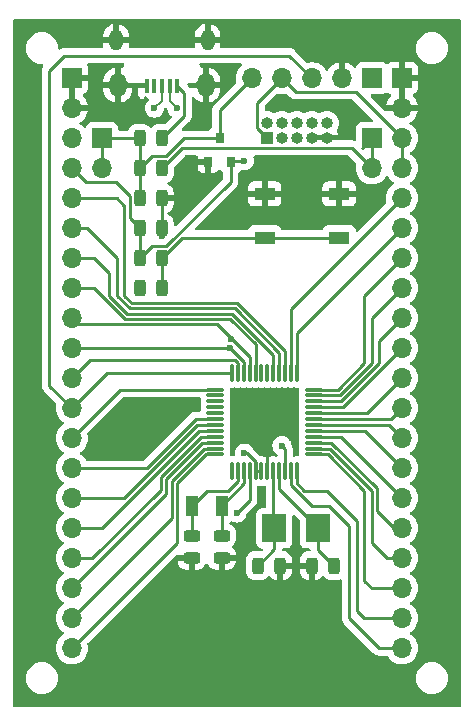
<source format=gbr>
G04 #@! TF.GenerationSoftware,KiCad,Pcbnew,7.0.1*
G04 #@! TF.CreationDate,2023-03-26T18:13:02+02:00*
G04 #@! TF.ProjectId,stm32{C_G}xxxCx_board,73746d33-327b-4432-9c47-7d7878784378,rev?*
G04 #@! TF.SameCoordinates,Original*
G04 #@! TF.FileFunction,Copper,L1,Top*
G04 #@! TF.FilePolarity,Positive*
%FSLAX46Y46*%
G04 Gerber Fmt 4.6, Leading zero omitted, Abs format (unit mm)*
G04 Created by KiCad (PCBNEW 7.0.1) date 2023-03-26 18:13:02*
%MOMM*%
%LPD*%
G01*
G04 APERTURE LIST*
G04 Aperture macros list*
%AMRoundRect*
0 Rectangle with rounded corners*
0 $1 Rounding radius*
0 $2 $3 $4 $5 $6 $7 $8 $9 X,Y pos of 4 corners*
0 Add a 4 corners polygon primitive as box body*
4,1,4,$2,$3,$4,$5,$6,$7,$8,$9,$2,$3,0*
0 Add four circle primitives for the rounded corners*
1,1,$1+$1,$2,$3*
1,1,$1+$1,$4,$5*
1,1,$1+$1,$6,$7*
1,1,$1+$1,$8,$9*
0 Add four rect primitives between the rounded corners*
20,1,$1+$1,$2,$3,$4,$5,0*
20,1,$1+$1,$4,$5,$6,$7,0*
20,1,$1+$1,$6,$7,$8,$9,0*
20,1,$1+$1,$8,$9,$2,$3,0*%
G04 Aperture macros list end*
G04 #@! TA.AperFunction,ComponentPad*
%ADD10R,1.700000X1.700000*%
G04 #@! TD*
G04 #@! TA.AperFunction,ComponentPad*
%ADD11O,1.700000X1.700000*%
G04 #@! TD*
G04 #@! TA.AperFunction,SMDPad,CuDef*
%ADD12R,0.800000X0.900000*%
G04 #@! TD*
G04 #@! TA.AperFunction,SMDPad,CuDef*
%ADD13RoundRect,0.243750X-0.243750X-0.456250X0.243750X-0.456250X0.243750X0.456250X-0.243750X0.456250X0*%
G04 #@! TD*
G04 #@! TA.AperFunction,ComponentPad*
%ADD14R,1.000000X1.000000*%
G04 #@! TD*
G04 #@! TA.AperFunction,ComponentPad*
%ADD15O,1.000000X1.000000*%
G04 #@! TD*
G04 #@! TA.AperFunction,SMDPad,CuDef*
%ADD16R,1.800000X1.100000*%
G04 #@! TD*
G04 #@! TA.AperFunction,SMDPad,CuDef*
%ADD17RoundRect,0.243750X0.243750X0.456250X-0.243750X0.456250X-0.243750X-0.456250X0.243750X-0.456250X0*%
G04 #@! TD*
G04 #@! TA.AperFunction,SMDPad,CuDef*
%ADD18RoundRect,0.243750X-0.456250X0.243750X-0.456250X-0.243750X0.456250X-0.243750X0.456250X0.243750X0*%
G04 #@! TD*
G04 #@! TA.AperFunction,SMDPad,CuDef*
%ADD19R,1.000000X1.800000*%
G04 #@! TD*
G04 #@! TA.AperFunction,SMDPad,CuDef*
%ADD20R,2.000000X2.400000*%
G04 #@! TD*
G04 #@! TA.AperFunction,SMDPad,CuDef*
%ADD21R,0.450000X1.300000*%
G04 #@! TD*
G04 #@! TA.AperFunction,ComponentPad*
%ADD22O,1.150000X1.800000*%
G04 #@! TD*
G04 #@! TA.AperFunction,ComponentPad*
%ADD23O,1.450000X2.000000*%
G04 #@! TD*
G04 #@! TA.AperFunction,SMDPad,CuDef*
%ADD24RoundRect,0.075000X0.075000X-0.662500X0.075000X0.662500X-0.075000X0.662500X-0.075000X-0.662500X0*%
G04 #@! TD*
G04 #@! TA.AperFunction,SMDPad,CuDef*
%ADD25RoundRect,0.075000X0.662500X-0.075000X0.662500X0.075000X-0.662500X0.075000X-0.662500X-0.075000X0*%
G04 #@! TD*
G04 #@! TA.AperFunction,ViaPad*
%ADD26C,0.600000*%
G04 #@! TD*
G04 #@! TA.AperFunction,Conductor*
%ADD27C,0.250000*%
G04 #@! TD*
G04 #@! TA.AperFunction,Conductor*
%ADD28C,0.200000*%
G04 #@! TD*
G04 APERTURE END LIST*
D10*
X137160000Y-55880000D03*
D11*
X137160000Y-58420000D03*
X137160000Y-60960000D03*
X137160000Y-63500000D03*
X137160000Y-66040000D03*
X137160000Y-68580000D03*
X137160000Y-71120000D03*
X137160000Y-73660000D03*
X137160000Y-76200000D03*
X137160000Y-78740000D03*
X137160000Y-81280000D03*
X137160000Y-83820000D03*
X137160000Y-86360000D03*
X137160000Y-88900000D03*
X137160000Y-91440000D03*
X137160000Y-93980000D03*
X137160000Y-96520000D03*
X137160000Y-99060000D03*
X137160000Y-101600000D03*
X137160000Y-104140000D03*
D10*
X165100000Y-55880000D03*
D11*
X165100000Y-58420000D03*
X165100000Y-60960000D03*
X165100000Y-63500000D03*
X165100000Y-66040000D03*
X165100000Y-68580000D03*
X165100000Y-71120000D03*
X165100000Y-73660000D03*
X165100000Y-76200000D03*
X165100000Y-78740000D03*
X165100000Y-81280000D03*
X165100000Y-83820000D03*
X165100000Y-86360000D03*
X165100000Y-88900000D03*
X165100000Y-91440000D03*
X165100000Y-93980000D03*
X165100000Y-96520000D03*
X165100000Y-99060000D03*
X165100000Y-101600000D03*
X165100000Y-104140000D03*
D12*
X148722000Y-62960000D03*
X150622000Y-62960000D03*
X149672000Y-60960000D03*
D13*
X142904500Y-63500000D03*
X144779500Y-63500000D03*
X142904500Y-60960000D03*
X144779500Y-60960000D03*
D10*
X162560000Y-55880000D03*
D11*
X160020000Y-55880000D03*
X157480000Y-55880000D03*
X154940000Y-55880000D03*
X152400000Y-55880000D03*
D10*
X162560000Y-60960000D03*
D11*
X162560000Y-63500000D03*
D10*
X139700000Y-60960000D03*
D11*
X139700000Y-63500000D03*
D13*
X142904500Y-71120000D03*
X144779500Y-71120000D03*
X142904500Y-73660000D03*
X144779500Y-73660000D03*
D14*
X153670000Y-60960000D03*
D15*
X153670000Y-59690000D03*
X154940000Y-60960000D03*
X154940000Y-59690000D03*
X156210000Y-60960000D03*
X156210000Y-59690000D03*
X157480000Y-60960000D03*
X157480000Y-59690000D03*
X158750000Y-60960000D03*
X158750000Y-59690000D03*
D16*
X159785000Y-69390000D03*
X153485000Y-69390000D03*
X159785000Y-65690000D03*
X153485000Y-65690000D03*
D17*
X144779500Y-68580000D03*
X142904500Y-68580000D03*
X144779500Y-66040000D03*
X142904500Y-66040000D03*
X159355000Y-97155000D03*
X157480000Y-97155000D03*
D18*
X147320000Y-94615000D03*
X147320000Y-96490000D03*
X149860000Y-94615000D03*
X149860000Y-96490000D03*
D13*
X152908000Y-97155000D03*
X154783000Y-97155000D03*
D19*
X147340000Y-92075000D03*
X149840000Y-92075000D03*
D20*
X154300000Y-93980000D03*
X158000000Y-93980000D03*
D21*
X146080000Y-56510000D03*
X145430000Y-56510000D03*
X144780000Y-56510000D03*
X144130000Y-56510000D03*
X143480000Y-56510000D03*
D22*
X148655000Y-52660000D03*
D23*
X148505000Y-56460000D03*
X141055000Y-56460000D03*
D22*
X140905000Y-52660000D03*
D24*
X150710000Y-89157500D03*
X151210000Y-89157500D03*
X151710000Y-89157500D03*
X152210000Y-89157500D03*
X152710000Y-89157500D03*
X153210000Y-89157500D03*
X153710000Y-89157500D03*
X154210000Y-89157500D03*
X154710000Y-89157500D03*
X155210000Y-89157500D03*
X155710000Y-89157500D03*
X156210000Y-89157500D03*
D25*
X157622500Y-87745000D03*
X157622500Y-87245000D03*
X157622500Y-86745000D03*
X157622500Y-86245000D03*
X157622500Y-85745000D03*
X157622500Y-85245000D03*
X157622500Y-84745000D03*
X157622500Y-84245000D03*
X157622500Y-83745000D03*
X157622500Y-83245000D03*
X157622500Y-82745000D03*
X157622500Y-82245000D03*
D24*
X156210000Y-80832500D03*
X155710000Y-80832500D03*
X155210000Y-80832500D03*
X154710000Y-80832500D03*
X154210000Y-80832500D03*
X153710000Y-80832500D03*
X153210000Y-80832500D03*
X152710000Y-80832500D03*
X152210000Y-80832500D03*
X151710000Y-80832500D03*
X151210000Y-80832500D03*
X150710000Y-80832500D03*
D25*
X149297500Y-82245000D03*
X149297500Y-82745000D03*
X149297500Y-83245000D03*
X149297500Y-83745000D03*
X149297500Y-84245000D03*
X149297500Y-84745000D03*
X149297500Y-85245000D03*
X149297500Y-85745000D03*
X149297500Y-86245000D03*
X149297500Y-86745000D03*
X149297500Y-87245000D03*
X149297500Y-87745000D03*
D26*
X151130000Y-92710000D03*
X159785000Y-69390000D03*
X154940000Y-86995000D03*
X151765000Y-87630000D03*
X151765000Y-62865000D03*
X150650896Y-77946020D03*
X150557081Y-78740000D03*
X144145000Y-84455000D03*
X132715000Y-51435000D03*
X142875000Y-73660000D03*
X169545000Y-108585000D03*
X153670000Y-87630000D03*
X169545000Y-51435000D03*
X158750000Y-62865000D03*
X144780000Y-69215000D03*
X144780000Y-66040000D03*
X132715000Y-108585000D03*
X144145000Y-58420000D03*
X146050000Y-58420000D03*
D27*
X152210000Y-91630000D02*
X152210000Y-89157500D01*
X151130000Y-92710000D02*
X152210000Y-91630000D01*
X146494500Y-61785000D02*
X144779500Y-63500000D01*
X162560000Y-60960000D02*
X162560000Y-63500000D01*
X158115000Y-61785000D02*
X146494500Y-61785000D01*
X160845000Y-61785000D02*
X158115000Y-61785000D01*
X162560000Y-60960000D02*
X161735000Y-61785000D01*
X162560000Y-63500000D02*
X160845000Y-61785000D01*
X147340000Y-92075000D02*
X147340000Y-94595000D01*
X151210000Y-89157500D02*
X151210000Y-89960685D01*
X148610000Y-90805000D02*
X147340000Y-92075000D01*
X150365685Y-90805000D02*
X148610000Y-90805000D01*
X147340000Y-94595000D02*
X147320000Y-94615000D01*
X151210000Y-89960685D02*
X150365685Y-90805000D01*
X149840000Y-94595000D02*
X149840000Y-92075000D01*
X149860000Y-94615000D02*
X149840000Y-94595000D01*
X149840000Y-92075000D02*
X151735000Y-90180000D01*
X151735000Y-90180000D02*
X151735000Y-89565000D01*
X144779500Y-71120000D02*
X146509500Y-69390000D01*
X155210000Y-89157500D02*
X155210000Y-87265000D01*
X153485000Y-69390000D02*
X159785000Y-69390000D01*
X144779500Y-73660000D02*
X144779500Y-71120000D01*
X146509500Y-69390000D02*
X153485000Y-69390000D01*
X155210000Y-87265000D02*
X154940000Y-86995000D01*
X142055000Y-67730500D02*
X142055000Y-65855001D01*
X142055000Y-65855001D02*
X140874999Y-64675000D01*
X152710000Y-88354315D02*
X151985685Y-87630000D01*
X142904500Y-71120000D02*
X142904500Y-68580000D01*
X140874999Y-64675000D02*
X138335000Y-64675000D01*
X153210000Y-89157500D02*
X152710000Y-89157500D01*
X151985685Y-87630000D02*
X151765000Y-87630000D01*
X165100000Y-60960000D02*
X165100000Y-63500000D01*
X154940000Y-55880000D02*
X152845000Y-57975000D01*
X156115000Y-57055000D02*
X154940000Y-55880000D01*
X150717000Y-62865000D02*
X150622000Y-62960000D01*
X138335000Y-64675000D02*
X137160000Y-63500000D01*
X165100000Y-60960000D02*
X161195000Y-57055000D01*
X143929500Y-70095000D02*
X145168104Y-70095000D01*
X142904500Y-71120000D02*
X143929500Y-70095000D01*
X142904500Y-68580000D02*
X142055000Y-67730500D01*
X152710000Y-89157500D02*
X152710000Y-88354315D01*
X145168104Y-70095000D02*
X150622000Y-64641104D01*
X150622000Y-64641104D02*
X150622000Y-62960000D01*
X152845000Y-57975000D02*
X152845000Y-60135000D01*
X151765000Y-62865000D02*
X150717000Y-62865000D01*
X152845000Y-60135000D02*
X153670000Y-60960000D01*
X161195000Y-57055000D02*
X156115000Y-57055000D01*
X152210000Y-79509035D02*
X149430965Y-76730000D01*
X152210000Y-80832500D02*
X152210000Y-79509035D01*
X137690000Y-76730000D02*
X137160000Y-76200000D01*
X149430965Y-76730000D02*
X137690000Y-76730000D01*
X151710000Y-80832500D02*
X151710000Y-79892919D01*
X150557081Y-78740000D02*
X137160000Y-78740000D01*
X151710000Y-79892919D02*
X150557081Y-78740000D01*
X150950685Y-79770000D02*
X151210000Y-80029315D01*
X137160000Y-81280000D02*
X138670000Y-79770000D01*
X138670000Y-79770000D02*
X150950685Y-79770000D01*
X151210000Y-80029315D02*
X151210000Y-80832500D01*
X153710000Y-87670000D02*
X153710000Y-89157500D01*
X144779500Y-66040000D02*
X144779500Y-68580000D01*
X153670000Y-87630000D02*
X153710000Y-87670000D01*
X144779500Y-66040000D02*
X144780000Y-66040000D01*
X164175000Y-84745000D02*
X165100000Y-83820000D01*
X157622500Y-84745000D02*
X164175000Y-84745000D01*
X162135000Y-84245000D02*
X165100000Y-81280000D01*
X157622500Y-84245000D02*
X162135000Y-84245000D01*
X149297500Y-84745000D02*
X147656624Y-84745000D01*
X147656624Y-84745000D02*
X143501624Y-88900000D01*
X143501624Y-88900000D02*
X137160000Y-88900000D01*
X147793020Y-85245000D02*
X141598020Y-91440000D01*
X149297500Y-85245000D02*
X147793020Y-85245000D01*
X141598020Y-91440000D02*
X137160000Y-91440000D01*
D28*
X144780000Y-57785000D02*
X144145000Y-58420000D01*
X144780000Y-56510000D02*
X144780000Y-57785000D01*
X145430000Y-57800000D02*
X146050000Y-58420000D01*
X145430000Y-56510000D02*
X145430000Y-57800000D01*
D27*
X149297500Y-85745000D02*
X147929416Y-85745000D01*
X139694416Y-93980000D02*
X137160000Y-93980000D01*
X147929416Y-85745000D02*
X139694416Y-93980000D01*
X138905000Y-96520000D02*
X137160000Y-96520000D01*
X148065812Y-86245000D02*
X144700000Y-89610812D01*
X149297500Y-86245000D02*
X148065812Y-86245000D01*
X144700000Y-89610812D02*
X144700000Y-90725000D01*
X144700000Y-90725000D02*
X138905000Y-96520000D01*
X154210000Y-93890000D02*
X154210000Y-89157500D01*
X154300000Y-93980000D02*
X154210000Y-93890000D01*
X154300000Y-95763000D02*
X152908000Y-97155000D01*
X154300000Y-93980000D02*
X154300000Y-95763000D01*
X158000000Y-93980000D02*
X154710000Y-90690000D01*
X158000000Y-95800000D02*
X159355000Y-97155000D01*
X154710000Y-90690000D02*
X154710000Y-89157500D01*
X158000000Y-93980000D02*
X158000000Y-95800000D01*
X160655000Y-93785000D02*
X160655000Y-101600000D01*
X160655000Y-101600000D02*
X163195000Y-104140000D01*
X157480000Y-92075000D02*
X158945000Y-92075000D01*
X155710000Y-90305000D02*
X157480000Y-92075000D01*
X158945000Y-92075000D02*
X160655000Y-93785000D01*
X155710000Y-89157500D02*
X155710000Y-90305000D01*
X163195000Y-104140000D02*
X165100000Y-104140000D01*
X161925000Y-101600000D02*
X161290000Y-100965000D01*
X161290000Y-100965000D02*
X161290000Y-93345000D01*
X165100000Y-101600000D02*
X161925000Y-101600000D01*
X158750000Y-90805000D02*
X156846396Y-90805000D01*
X156210000Y-90168604D02*
X156210000Y-89157500D01*
X156846396Y-90805000D02*
X156210000Y-90168604D01*
X161290000Y-93345000D02*
X158750000Y-90805000D01*
X165100000Y-99060000D02*
X162560000Y-99060000D01*
X161925000Y-98425000D02*
X161925000Y-90805000D01*
X162560000Y-99060000D02*
X161925000Y-98425000D01*
X161925000Y-90805000D02*
X158865000Y-87745000D01*
X158865000Y-87745000D02*
X157622500Y-87745000D01*
X162560000Y-90803604D02*
X162560000Y-95250000D01*
X159001396Y-87245000D02*
X162560000Y-90803604D01*
X162560000Y-95250000D02*
X163830000Y-96520000D01*
X163830000Y-96520000D02*
X165100000Y-96520000D01*
X157622500Y-87245000D02*
X159001396Y-87245000D01*
X163010000Y-90617208D02*
X159137792Y-86745000D01*
X159137792Y-86745000D02*
X157622500Y-86745000D01*
X164465000Y-93980000D02*
X163010000Y-92525000D01*
X165100000Y-93980000D02*
X164465000Y-93980000D01*
X163010000Y-92525000D02*
X163010000Y-90617208D01*
X157622500Y-86245000D02*
X159905000Y-86245000D01*
X159905000Y-86245000D02*
X165100000Y-91440000D01*
X165100000Y-88900000D02*
X161945000Y-85745000D01*
X161945000Y-85745000D02*
X157622500Y-85745000D01*
X157622500Y-85245000D02*
X163985000Y-85245000D01*
X163985000Y-85245000D02*
X165100000Y-86360000D01*
X159958604Y-83245000D02*
X163195000Y-80008604D01*
X157622500Y-83245000D02*
X159958604Y-83245000D01*
X163195000Y-80008604D02*
X163195000Y-78105000D01*
X163195000Y-78105000D02*
X165100000Y-76200000D01*
X162558604Y-80008604D02*
X162558604Y-76201396D01*
X162558604Y-76201396D02*
X165100000Y-73660000D01*
X157622500Y-82745000D02*
X159822208Y-82745000D01*
X159822208Y-82745000D02*
X162558604Y-80008604D01*
X159685812Y-82245000D02*
X161922906Y-80007906D01*
X161922906Y-80007906D02*
X161922906Y-74297094D01*
X157622500Y-82245000D02*
X159685812Y-82245000D01*
X161922906Y-74297094D02*
X165100000Y-71120000D01*
X156210000Y-77470000D02*
X165100000Y-68580000D01*
X156210000Y-80832500D02*
X156210000Y-77470000D01*
X155710000Y-75430000D02*
X155710000Y-80832500D01*
X165100000Y-66040000D02*
X155710000Y-75430000D01*
X137160000Y-66040000D02*
X140970000Y-66040000D01*
X140970000Y-66040000D02*
X141605000Y-66675000D01*
X141605000Y-74295000D02*
X142240000Y-74930000D01*
X151130000Y-74930000D02*
X155210000Y-79010000D01*
X155210000Y-79010000D02*
X155210000Y-80832500D01*
X141605000Y-66675000D02*
X141605000Y-74295000D01*
X142240000Y-74930000D02*
X151130000Y-74930000D01*
X154710000Y-80832500D02*
X154710000Y-79146396D01*
X140970000Y-74296396D02*
X140970000Y-71120000D01*
X138430000Y-68580000D02*
X137160000Y-68580000D01*
X150943604Y-75380000D02*
X142053604Y-75380000D01*
X140970000Y-71120000D02*
X138430000Y-68580000D01*
X142053604Y-75380000D02*
X140970000Y-74296396D01*
X154710000Y-79146396D02*
X150943604Y-75380000D01*
X154210000Y-79282792D02*
X150757208Y-75830000D01*
X150757208Y-75830000D02*
X141867208Y-75830000D01*
X140335000Y-72390000D02*
X139065000Y-71120000D01*
X154210000Y-80832500D02*
X154210000Y-79282792D01*
X140335000Y-74297792D02*
X140335000Y-72390000D01*
X139065000Y-71120000D02*
X137160000Y-71120000D01*
X141867208Y-75830000D02*
X140335000Y-74297792D01*
X152710000Y-80832500D02*
X152710000Y-78419188D01*
X139060812Y-73660000D02*
X137160000Y-73660000D01*
X141680812Y-76280000D02*
X139060812Y-73660000D01*
X152710000Y-78419188D02*
X150570812Y-76280000D01*
X150570812Y-76280000D02*
X141680812Y-76280000D01*
X150710000Y-80832500D02*
X140147500Y-80832500D01*
X155575000Y-53975000D02*
X157480000Y-55880000D01*
X135255000Y-81915000D02*
X135255000Y-55245000D01*
X137160000Y-83820000D02*
X135255000Y-81915000D01*
X135255000Y-55245000D02*
X136525000Y-53975000D01*
X140147500Y-80832500D02*
X137160000Y-83820000D01*
X136525000Y-53975000D02*
X155575000Y-53975000D01*
X141275000Y-82245000D02*
X149297500Y-82245000D01*
X137160000Y-86360000D02*
X141275000Y-82245000D01*
X149297500Y-86745000D02*
X148202208Y-86745000D01*
X145150000Y-91070000D02*
X137160000Y-99060000D01*
X145150000Y-89797208D02*
X145150000Y-91070000D01*
X148202208Y-86745000D02*
X145150000Y-89797208D01*
X148338604Y-87245000D02*
X145600000Y-89983604D01*
X145600000Y-89983604D02*
X145600000Y-93160000D01*
X145600000Y-93160000D02*
X137160000Y-101600000D01*
X149297500Y-87245000D02*
X148338604Y-87245000D01*
X146050000Y-90170000D02*
X148475000Y-87745000D01*
X148475000Y-87745000D02*
X149297500Y-87745000D01*
X146050000Y-95250000D02*
X146050000Y-90170000D01*
X137160000Y-104140000D02*
X146050000Y-95250000D01*
X144779500Y-60960000D02*
X146675000Y-59064500D01*
X146675000Y-57105000D02*
X146080000Y-56510000D01*
X146675000Y-59064500D02*
X146675000Y-57105000D01*
X146683104Y-60960000D02*
X149672000Y-60960000D01*
X145168104Y-62475000D02*
X146683104Y-60960000D01*
X139700000Y-60960000D02*
X142904500Y-60960000D01*
X149672000Y-58608000D02*
X152400000Y-55880000D01*
X143929500Y-62475000D02*
X145168104Y-62475000D01*
X139700000Y-63500000D02*
X139700000Y-60960000D01*
X149672000Y-60960000D02*
X149672000Y-58608000D01*
X142904500Y-63500000D02*
X143929500Y-62475000D01*
X142904500Y-60960000D02*
X142904500Y-66040000D01*
X160095000Y-83745000D02*
X165100000Y-78740000D01*
X157622500Y-83745000D02*
X160095000Y-83745000D01*
G04 #@! TA.AperFunction,Conductor*
G36*
X148008867Y-82898233D02*
G01*
X148055362Y-82951251D01*
X148066088Y-83020944D01*
X148051500Y-83131755D01*
X148051500Y-83131756D01*
X148051500Y-83358245D01*
X148067339Y-83478554D01*
X148067339Y-83511446D01*
X148051500Y-83631755D01*
X148051500Y-83858245D01*
X148066088Y-83969054D01*
X148055361Y-84038750D01*
X148008866Y-84091767D01*
X147941166Y-84111500D01*
X147740473Y-84111500D01*
X147719688Y-84109205D01*
X147648657Y-84111438D01*
X147644699Y-84111500D01*
X147616764Y-84111500D01*
X147612738Y-84112008D01*
X147600926Y-84112937D01*
X147556734Y-84114326D01*
X147537281Y-84119978D01*
X147517927Y-84123986D01*
X147497828Y-84126525D01*
X147456720Y-84142801D01*
X147445494Y-84146644D01*
X147403032Y-84158981D01*
X147385588Y-84169297D01*
X147367839Y-84177991D01*
X147349008Y-84185446D01*
X147313249Y-84211427D01*
X147303330Y-84217943D01*
X147265260Y-84240457D01*
X147250933Y-84254785D01*
X147235903Y-84267622D01*
X147219518Y-84279526D01*
X147191335Y-84313593D01*
X147183347Y-84322370D01*
X143276124Y-88229595D01*
X143235247Y-88256909D01*
X143187029Y-88266500D01*
X138437038Y-88266500D01*
X138377069Y-88251314D01*
X138331555Y-88209416D01*
X138235722Y-88062732D01*
X138083240Y-87897094D01*
X138083239Y-87897093D01*
X138083237Y-87897091D01*
X137905579Y-87758813D01*
X137905577Y-87758812D01*
X137905576Y-87758811D01*
X137872317Y-87740812D01*
X137824047Y-87694498D01*
X137806288Y-87630000D01*
X137824047Y-87565502D01*
X137872317Y-87519187D01*
X137905576Y-87501189D01*
X138083240Y-87362906D01*
X138235722Y-87197268D01*
X138358860Y-87008791D01*
X138449296Y-86802616D01*
X138504564Y-86584368D01*
X138523156Y-86360000D01*
X138504564Y-86135632D01*
X138476816Y-86026062D01*
X138477482Y-85961682D01*
X138509864Y-85906038D01*
X141500499Y-82915405D01*
X141541377Y-82888091D01*
X141589595Y-82878500D01*
X147941167Y-82878500D01*
X148008867Y-82898233D01*
G37*
G04 #@! TD.AperFunction*
G04 #@! TA.AperFunction,Conductor*
G36*
X151096755Y-82078500D02*
G01*
X151096756Y-82078500D01*
X151323244Y-82078500D01*
X151323245Y-82078500D01*
X151443554Y-82062661D01*
X151476446Y-82062661D01*
X151596755Y-82078500D01*
X151596756Y-82078500D01*
X151823244Y-82078500D01*
X151823245Y-82078500D01*
X151943554Y-82062661D01*
X151976446Y-82062661D01*
X152096755Y-82078500D01*
X152096756Y-82078500D01*
X152323244Y-82078500D01*
X152323245Y-82078500D01*
X152443554Y-82062661D01*
X152476446Y-82062661D01*
X152596755Y-82078500D01*
X152596756Y-82078500D01*
X152823244Y-82078500D01*
X152823245Y-82078500D01*
X152943554Y-82062661D01*
X152976446Y-82062661D01*
X153096755Y-82078500D01*
X153096756Y-82078500D01*
X153323244Y-82078500D01*
X153323245Y-82078500D01*
X153443554Y-82062661D01*
X153476446Y-82062661D01*
X153596755Y-82078500D01*
X153596756Y-82078500D01*
X153823244Y-82078500D01*
X153823245Y-82078500D01*
X153943554Y-82062661D01*
X153976446Y-82062661D01*
X154096755Y-82078500D01*
X154096756Y-82078500D01*
X154323244Y-82078500D01*
X154323245Y-82078500D01*
X154443554Y-82062661D01*
X154476446Y-82062661D01*
X154596755Y-82078500D01*
X154596756Y-82078500D01*
X154823244Y-82078500D01*
X154823245Y-82078500D01*
X154943554Y-82062661D01*
X154976446Y-82062661D01*
X155096755Y-82078500D01*
X155096756Y-82078500D01*
X155323244Y-82078500D01*
X155323245Y-82078500D01*
X155443554Y-82062661D01*
X155476446Y-82062661D01*
X155596755Y-82078500D01*
X155596756Y-82078500D01*
X155823244Y-82078500D01*
X155823245Y-82078500D01*
X155943554Y-82062661D01*
X155976446Y-82062661D01*
X156096755Y-82078500D01*
X156250500Y-82078500D01*
X156313500Y-82095381D01*
X156359619Y-82141500D01*
X156376500Y-82204500D01*
X156376500Y-82358245D01*
X156392339Y-82478554D01*
X156392339Y-82511446D01*
X156376500Y-82631755D01*
X156376500Y-82858245D01*
X156392339Y-82978553D01*
X156392339Y-83011445D01*
X156376500Y-83131755D01*
X156376500Y-83358245D01*
X156392339Y-83478554D01*
X156392339Y-83511446D01*
X156376500Y-83631755D01*
X156376500Y-83858245D01*
X156392339Y-83978554D01*
X156392339Y-84011446D01*
X156376500Y-84131755D01*
X156376500Y-84358245D01*
X156392339Y-84478553D01*
X156392339Y-84511445D01*
X156376500Y-84631755D01*
X156376500Y-84858245D01*
X156392339Y-84978554D01*
X156392339Y-85011446D01*
X156376500Y-85131755D01*
X156376500Y-85358245D01*
X156392339Y-85478553D01*
X156392339Y-85511445D01*
X156376500Y-85631755D01*
X156376500Y-85858245D01*
X156392339Y-85978553D01*
X156392339Y-86011445D01*
X156376500Y-86131755D01*
X156376500Y-86358245D01*
X156392339Y-86478554D01*
X156392339Y-86511446D01*
X156376500Y-86631755D01*
X156376500Y-86858245D01*
X156392339Y-86978554D01*
X156392339Y-87011446D01*
X156376500Y-87131755D01*
X156376500Y-87358245D01*
X156392339Y-87478553D01*
X156392339Y-87511445D01*
X156376500Y-87631755D01*
X156376500Y-87785500D01*
X156359619Y-87848500D01*
X156313500Y-87894619D01*
X156250500Y-87911500D01*
X156096755Y-87911500D01*
X155985946Y-87926088D01*
X155916250Y-87915361D01*
X155863233Y-87868866D01*
X155843500Y-87801166D01*
X155843500Y-87348854D01*
X155845795Y-87328064D01*
X155843562Y-87257002D01*
X155843500Y-87253044D01*
X155843500Y-87225149D01*
X155843500Y-87225144D01*
X155842993Y-87221138D01*
X155842062Y-87209305D01*
X155840674Y-87165111D01*
X155835019Y-87145647D01*
X155831013Y-87126307D01*
X155828474Y-87106203D01*
X155812195Y-87065087D01*
X155808356Y-87053872D01*
X155796019Y-87011407D01*
X155785703Y-86993964D01*
X155777007Y-86976214D01*
X155769552Y-86957383D01*
X155769551Y-86957381D01*
X155769550Y-86957379D01*
X155765223Y-86951424D01*
X155741950Y-86891469D01*
X155735789Y-86836783D01*
X155733217Y-86813953D01*
X155673043Y-86641985D01*
X155666615Y-86631755D01*
X155576110Y-86487717D01*
X155447282Y-86358889D01*
X155293014Y-86261956D01*
X155121049Y-86201783D01*
X154940000Y-86181384D01*
X154758950Y-86201783D01*
X154586985Y-86261956D01*
X154432717Y-86358889D01*
X154303889Y-86487717D01*
X154206956Y-86641985D01*
X154146783Y-86813950D01*
X154126384Y-86994999D01*
X154146783Y-87176049D01*
X154206956Y-87348014D01*
X154303889Y-87502282D01*
X154432716Y-87631109D01*
X154432718Y-87631110D01*
X154432719Y-87631111D01*
X154465419Y-87651658D01*
X154517536Y-87684405D01*
X154560778Y-87730143D01*
X154576500Y-87791092D01*
X154576500Y-87801166D01*
X154556767Y-87868866D01*
X154503750Y-87915361D01*
X154434054Y-87926088D01*
X154323245Y-87911500D01*
X154323244Y-87911500D01*
X154096756Y-87911500D01*
X154096755Y-87911500D01*
X153974531Y-87927591D01*
X153941638Y-87927591D01*
X153860000Y-87916843D01*
X153857523Y-87919015D01*
X153847005Y-87964123D01*
X153810702Y-88008357D01*
X153786702Y-88026772D01*
X153737270Y-88049821D01*
X153682730Y-88049821D01*
X153633298Y-88026772D01*
X153609298Y-88008357D01*
X153572995Y-87964123D01*
X153562476Y-87919015D01*
X153559999Y-87916842D01*
X153478361Y-87927591D01*
X153445468Y-87927591D01*
X153323245Y-87911500D01*
X153323244Y-87911500D01*
X153215279Y-87911500D01*
X153167061Y-87901909D01*
X153126184Y-87874595D01*
X152492933Y-87241344D01*
X152479855Y-87225020D01*
X152456384Y-87202979D01*
X152435950Y-87178165D01*
X152401109Y-87122716D01*
X152272282Y-86993889D01*
X152118014Y-86896956D01*
X151946049Y-86836783D01*
X151765000Y-86816384D01*
X151583950Y-86836783D01*
X151411985Y-86896956D01*
X151257717Y-86993889D01*
X151128889Y-87122717D01*
X151031956Y-87276985D01*
X150971783Y-87448950D01*
X150958651Y-87565502D01*
X150951384Y-87630000D01*
X150965897Y-87758811D01*
X150967475Y-87772810D01*
X150961000Y-87829088D01*
X150930526Y-87876841D01*
X150882211Y-87906418D01*
X150831503Y-87911293D01*
X150831503Y-87911500D01*
X150829348Y-87911500D01*
X150825822Y-87911839D01*
X150823247Y-87911500D01*
X150823244Y-87911500D01*
X150669500Y-87911500D01*
X150606500Y-87894619D01*
X150560381Y-87848500D01*
X150543500Y-87785500D01*
X150543500Y-87631755D01*
X150527661Y-87511446D01*
X150527661Y-87478554D01*
X150543500Y-87358245D01*
X150543500Y-87131755D01*
X150527661Y-87011446D01*
X150527661Y-86978554D01*
X150543500Y-86858245D01*
X150543500Y-86631755D01*
X150527661Y-86511445D01*
X150527661Y-86478553D01*
X150543500Y-86358245D01*
X150543500Y-86131755D01*
X150527661Y-86011445D01*
X150527661Y-85978553D01*
X150543500Y-85858245D01*
X150543500Y-85631755D01*
X150527661Y-85511445D01*
X150527661Y-85478553D01*
X150543500Y-85358245D01*
X150543500Y-85131755D01*
X150527661Y-85011445D01*
X150527661Y-84978553D01*
X150543500Y-84858245D01*
X150543500Y-84631755D01*
X150527661Y-84511445D01*
X150527661Y-84478553D01*
X150543500Y-84358245D01*
X150543500Y-84131755D01*
X150527661Y-84011446D01*
X150527661Y-83978554D01*
X150543500Y-83858245D01*
X150543500Y-83631755D01*
X150527661Y-83511445D01*
X150527661Y-83478553D01*
X150543500Y-83358245D01*
X150543500Y-83131755D01*
X150527661Y-83011445D01*
X150527661Y-82978553D01*
X150543500Y-82858245D01*
X150543500Y-82631755D01*
X150527661Y-82511446D01*
X150527661Y-82478554D01*
X150543500Y-82358245D01*
X150543500Y-82204500D01*
X150560381Y-82141500D01*
X150606500Y-82095381D01*
X150669500Y-82078500D01*
X150823245Y-82078500D01*
X150943554Y-82062661D01*
X150976446Y-82062661D01*
X151096755Y-82078500D01*
G37*
G04 #@! TD.AperFunction*
G04 #@! TA.AperFunction,Conductor*
G36*
X160578624Y-62428091D02*
G01*
X160619501Y-62455405D01*
X161210132Y-63046036D01*
X161242516Y-63101681D01*
X161243182Y-63166060D01*
X161215436Y-63275629D01*
X161207427Y-63372281D01*
X161196844Y-63500000D01*
X161215436Y-63724368D01*
X161215436Y-63724371D01*
X161215437Y-63724372D01*
X161270702Y-63942611D01*
X161361139Y-64148790D01*
X161484278Y-64337268D01*
X161636762Y-64502908D01*
X161814420Y-64641186D01*
X161814424Y-64641189D01*
X162012426Y-64748342D01*
X162225365Y-64821444D01*
X162447431Y-64858500D01*
X162672566Y-64858500D01*
X162672569Y-64858500D01*
X162894635Y-64821444D01*
X163107574Y-64748342D01*
X163305576Y-64641189D01*
X163483240Y-64502906D01*
X163635722Y-64337268D01*
X163724518Y-64201354D01*
X163770031Y-64159458D01*
X163830000Y-64144272D01*
X163889969Y-64159458D01*
X163935481Y-64201354D01*
X164018893Y-64329026D01*
X164024278Y-64337268D01*
X164176762Y-64502908D01*
X164354418Y-64641185D01*
X164354420Y-64641186D01*
X164354424Y-64641189D01*
X164387682Y-64659187D01*
X164435952Y-64705503D01*
X164453711Y-64770000D01*
X164435952Y-64834497D01*
X164387682Y-64880812D01*
X164363246Y-64894037D01*
X164354418Y-64898814D01*
X164176762Y-65037091D01*
X164024278Y-65202731D01*
X163901139Y-65391209D01*
X163810702Y-65597388D01*
X163758665Y-65802881D01*
X163755436Y-65815632D01*
X163736844Y-66040000D01*
X163755436Y-66264368D01*
X163755436Y-66264371D01*
X163755437Y-66264372D01*
X163783182Y-66373934D01*
X163782517Y-66438314D01*
X163750133Y-66493960D01*
X161404886Y-68839208D01*
X161343672Y-68872990D01*
X161273872Y-68868936D01*
X161216980Y-68828295D01*
X161190513Y-68763581D01*
X161188658Y-68746327D01*
X161186989Y-68730799D01*
X161135889Y-68593796D01*
X161135888Y-68593794D01*
X161048261Y-68476738D01*
X160931205Y-68389111D01*
X160813507Y-68345212D01*
X160794201Y-68338011D01*
X160733638Y-68331500D01*
X158836362Y-68331500D01*
X158775799Y-68338011D01*
X158638794Y-68389111D01*
X158521738Y-68476738D01*
X158434111Y-68593794D01*
X158403998Y-68674532D01*
X158377133Y-68717450D01*
X158335542Y-68746327D01*
X158285942Y-68756500D01*
X154984058Y-68756500D01*
X154934458Y-68746327D01*
X154892867Y-68717450D01*
X154866002Y-68674532D01*
X154835888Y-68593794D01*
X154748261Y-68476738D01*
X154631205Y-68389111D01*
X154513507Y-68345212D01*
X154494201Y-68338011D01*
X154433638Y-68331500D01*
X152536362Y-68331500D01*
X152475799Y-68338011D01*
X152338794Y-68389111D01*
X152221738Y-68476738D01*
X152134111Y-68593794D01*
X152103998Y-68674532D01*
X152077133Y-68717450D01*
X152035542Y-68746327D01*
X151985942Y-68756500D01*
X147706698Y-68756500D01*
X147649495Y-68742767D01*
X147604762Y-68704561D01*
X147582249Y-68650211D01*
X147586865Y-68591564D01*
X147617603Y-68541405D01*
X148456974Y-67702034D01*
X150215006Y-65944000D01*
X152077000Y-65944000D01*
X152077000Y-66288589D01*
X152083505Y-66349093D01*
X152134554Y-66485962D01*
X152222095Y-66602904D01*
X152339037Y-66690445D01*
X152475906Y-66741494D01*
X152536411Y-66748000D01*
X153231000Y-66748000D01*
X153231000Y-65944000D01*
X153739000Y-65944000D01*
X153739000Y-66748000D01*
X154433589Y-66748000D01*
X154494093Y-66741494D01*
X154630962Y-66690445D01*
X154747904Y-66602904D01*
X154835445Y-66485962D01*
X154886494Y-66349093D01*
X154893000Y-66288589D01*
X154893000Y-65944000D01*
X158377000Y-65944000D01*
X158377000Y-66288589D01*
X158383505Y-66349093D01*
X158434554Y-66485962D01*
X158522095Y-66602904D01*
X158639037Y-66690445D01*
X158775906Y-66741494D01*
X158836411Y-66748000D01*
X159531000Y-66748000D01*
X159531000Y-65944000D01*
X160039000Y-65944000D01*
X160039000Y-66748000D01*
X160733589Y-66748000D01*
X160794093Y-66741494D01*
X160930962Y-66690445D01*
X161047904Y-66602904D01*
X161135445Y-66485962D01*
X161186494Y-66349093D01*
X161193000Y-66288589D01*
X161193000Y-65944000D01*
X160039000Y-65944000D01*
X159531000Y-65944000D01*
X158377000Y-65944000D01*
X154893000Y-65944000D01*
X153739000Y-65944000D01*
X153231000Y-65944000D01*
X152077000Y-65944000D01*
X150215006Y-65944000D01*
X150723006Y-65436000D01*
X152077000Y-65436000D01*
X153231000Y-65436000D01*
X153231000Y-64632000D01*
X153739000Y-64632000D01*
X153739000Y-65436000D01*
X154893000Y-65436000D01*
X158377000Y-65436000D01*
X159531000Y-65436000D01*
X159531000Y-64632000D01*
X160039000Y-64632000D01*
X160039000Y-65436000D01*
X161193000Y-65436000D01*
X161193000Y-65091411D01*
X161186494Y-65030906D01*
X161135445Y-64894037D01*
X161047904Y-64777095D01*
X160930962Y-64689554D01*
X160794093Y-64638505D01*
X160733589Y-64632000D01*
X160039000Y-64632000D01*
X159531000Y-64632000D01*
X158836411Y-64632000D01*
X158775906Y-64638505D01*
X158639037Y-64689554D01*
X158522095Y-64777095D01*
X158434554Y-64894037D01*
X158383505Y-65030906D01*
X158377000Y-65091411D01*
X158377000Y-65436000D01*
X154893000Y-65436000D01*
X154893000Y-65091411D01*
X154886494Y-65030906D01*
X154835445Y-64894037D01*
X154747904Y-64777095D01*
X154630962Y-64689554D01*
X154494093Y-64638505D01*
X154433589Y-64632000D01*
X153739000Y-64632000D01*
X153231000Y-64632000D01*
X152536411Y-64632000D01*
X152475906Y-64638505D01*
X152339037Y-64689554D01*
X152222095Y-64777095D01*
X152134554Y-64894037D01*
X152083505Y-65030906D01*
X152077000Y-65091411D01*
X152077000Y-65436000D01*
X150723006Y-65436000D01*
X151010658Y-65148348D01*
X151026979Y-65135274D01*
X151029014Y-65133106D01*
X151029018Y-65133104D01*
X151075676Y-65083416D01*
X151078367Y-65080639D01*
X151098135Y-65060873D01*
X151100608Y-65057683D01*
X151108316Y-65048657D01*
X151138586Y-65016425D01*
X151148344Y-64998672D01*
X151159195Y-64982152D01*
X151171614Y-64966145D01*
X151189179Y-64925550D01*
X151194384Y-64914926D01*
X151215695Y-64876164D01*
X151220733Y-64856538D01*
X151227137Y-64837836D01*
X151235181Y-64819248D01*
X151242096Y-64775586D01*
X151244504Y-64763957D01*
X151255500Y-64721134D01*
X151255500Y-64700880D01*
X151257051Y-64681170D01*
X151260220Y-64661161D01*
X151256059Y-64617143D01*
X151255500Y-64605285D01*
X151255500Y-63933470D01*
X151268828Y-63877070D01*
X151305988Y-63832603D01*
X151385261Y-63773261D01*
X151439416Y-63700917D01*
X151479148Y-63666252D01*
X151529589Y-63650882D01*
X151581900Y-63657498D01*
X151583953Y-63658217D01*
X151765000Y-63678616D01*
X151946047Y-63658217D01*
X152118015Y-63598043D01*
X152272281Y-63501111D01*
X152401111Y-63372281D01*
X152498043Y-63218015D01*
X152558217Y-63046047D01*
X152578616Y-62865000D01*
X152558217Y-62683953D01*
X152523981Y-62586114D01*
X152518148Y-62526887D01*
X152540150Y-62471587D01*
X152585079Y-62432556D01*
X152642911Y-62418500D01*
X158034970Y-62418500D01*
X158154856Y-62418500D01*
X160530406Y-62418500D01*
X160578624Y-62428091D01*
G37*
G04 #@! TD.AperFunction*
G04 #@! TA.AperFunction,Conductor*
G36*
X147751000Y-62435381D02*
G01*
X147797119Y-62481500D01*
X147814000Y-62544500D01*
X147814000Y-62706000D01*
X148850000Y-62706000D01*
X148913000Y-62722881D01*
X148959119Y-62769000D01*
X148976000Y-62832000D01*
X148976000Y-63918000D01*
X149170589Y-63918000D01*
X149231093Y-63911494D01*
X149367962Y-63860445D01*
X149484903Y-63772905D01*
X149570818Y-63658135D01*
X149615287Y-63620971D01*
X149671686Y-63607643D01*
X149728086Y-63620970D01*
X149772555Y-63658134D01*
X149858736Y-63773258D01*
X149858737Y-63773259D01*
X149858739Y-63773261D01*
X149938011Y-63832603D01*
X149975172Y-63877070D01*
X149988500Y-63933470D01*
X149988500Y-64326510D01*
X149978909Y-64374728D01*
X149951595Y-64415605D01*
X145990094Y-68377104D01*
X145939935Y-68407842D01*
X145881288Y-68412458D01*
X145826938Y-68389945D01*
X145788732Y-68345212D01*
X145774999Y-68288009D01*
X145774999Y-68073657D01*
X145764481Y-67970694D01*
X145709206Y-67803886D01*
X145616946Y-67654310D01*
X145492689Y-67530053D01*
X145343115Y-67437794D01*
X145318396Y-67429603D01*
X145265879Y-67395929D01*
X145235952Y-67341189D01*
X145235954Y-67278803D01*
X145265883Y-67224065D01*
X145318401Y-67190393D01*
X145343118Y-67182203D01*
X145492689Y-67089946D01*
X145616946Y-66965689D01*
X145709206Y-66816113D01*
X145764481Y-66649306D01*
X145775000Y-66546342D01*
X145775000Y-66294000D01*
X144651500Y-66294000D01*
X144588500Y-66277119D01*
X144542381Y-66231000D01*
X144525500Y-66168000D01*
X144525500Y-65912000D01*
X144542381Y-65849000D01*
X144588500Y-65802881D01*
X144651500Y-65786000D01*
X145774999Y-65786000D01*
X145774999Y-65533657D01*
X145764481Y-65430694D01*
X145709206Y-65263886D01*
X145616946Y-65114310D01*
X145492689Y-64990053D01*
X145343117Y-64897796D01*
X145319192Y-64889868D01*
X145266674Y-64856195D01*
X145236747Y-64801456D01*
X145236747Y-64739070D01*
X145266675Y-64684331D01*
X145319190Y-64650659D01*
X145343329Y-64642661D01*
X145492998Y-64550344D01*
X145617344Y-64425998D01*
X145709661Y-64276329D01*
X145764974Y-64109404D01*
X145775500Y-64006375D01*
X145775499Y-63452092D01*
X145785090Y-63403875D01*
X145812399Y-63363003D01*
X145961402Y-63214000D01*
X147814000Y-63214000D01*
X147814000Y-63458589D01*
X147820505Y-63519093D01*
X147871554Y-63655962D01*
X147959095Y-63772904D01*
X148076037Y-63860445D01*
X148212906Y-63911494D01*
X148273411Y-63918000D01*
X148468000Y-63918000D01*
X148468000Y-63214000D01*
X147814000Y-63214000D01*
X145961402Y-63214000D01*
X146720001Y-62455402D01*
X146760876Y-62428091D01*
X146809094Y-62418500D01*
X147688000Y-62418500D01*
X147751000Y-62435381D01*
G37*
G04 #@! TD.AperFunction*
G04 #@! TA.AperFunction,Conductor*
G36*
X155285453Y-57202846D02*
G01*
X155337219Y-57200163D01*
X155397923Y-57233828D01*
X155607754Y-57443659D01*
X155620833Y-57459983D01*
X155622999Y-57462017D01*
X155623000Y-57462018D01*
X155663010Y-57499590D01*
X155672650Y-57508642D01*
X155675461Y-57511366D01*
X155695230Y-57531135D01*
X155698443Y-57533627D01*
X155707433Y-57541306D01*
X155739679Y-57571586D01*
X155757426Y-57581342D01*
X155773950Y-57592196D01*
X155789959Y-57604614D01*
X155830542Y-57622175D01*
X155841193Y-57627393D01*
X155879940Y-57648695D01*
X155899560Y-57653732D01*
X155918267Y-57660137D01*
X155921403Y-57661494D01*
X155936854Y-57668181D01*
X155947505Y-57669867D01*
X155980530Y-57675098D01*
X155992125Y-57677498D01*
X156034970Y-57688500D01*
X156055224Y-57688500D01*
X156074934Y-57690051D01*
X156094942Y-57693220D01*
X156094942Y-57693219D01*
X156094943Y-57693220D01*
X156138961Y-57689058D01*
X156150819Y-57688500D01*
X160880406Y-57688500D01*
X160928624Y-57698091D01*
X160969501Y-57725405D01*
X162630500Y-59386405D01*
X162661238Y-59436564D01*
X162665854Y-59495211D01*
X162643341Y-59549561D01*
X162598608Y-59587767D01*
X162541405Y-59601500D01*
X161661362Y-59601500D01*
X161600799Y-59608011D01*
X161463794Y-59659111D01*
X161346738Y-59746738D01*
X161259111Y-59863794D01*
X161208011Y-60000799D01*
X161201500Y-60061362D01*
X161201500Y-61057183D01*
X161186388Y-61117015D01*
X161144676Y-61162495D01*
X161086371Y-61182713D01*
X161025458Y-61172820D01*
X161023144Y-61171818D01*
X160979475Y-61164902D01*
X160967853Y-61162495D01*
X160925030Y-61151500D01*
X160925029Y-61151500D01*
X160904776Y-61151500D01*
X160885066Y-61149949D01*
X160865057Y-61146779D01*
X160821039Y-61150941D01*
X160809181Y-61151500D01*
X158195030Y-61151500D01*
X157352000Y-61151500D01*
X157289000Y-61134619D01*
X157242881Y-61088500D01*
X157226000Y-61025500D01*
X157226000Y-60832000D01*
X157242881Y-60769000D01*
X157289000Y-60722881D01*
X157352000Y-60706000D01*
X159726307Y-60706000D01*
X159726307Y-60705999D01*
X159685776Y-60572390D01*
X159586326Y-60386332D01*
X159588773Y-60385023D01*
X159573473Y-60353998D01*
X159573482Y-60296750D01*
X159589061Y-60265187D01*
X159586745Y-60263949D01*
X159625899Y-60190696D01*
X159686241Y-60077804D01*
X159743908Y-59887701D01*
X159763380Y-59690000D01*
X159756999Y-59625218D01*
X159743908Y-59492298D01*
X159686241Y-59302197D01*
X159686241Y-59302196D01*
X159592595Y-59126996D01*
X159592593Y-59126992D01*
X159466568Y-58973431D01*
X159313007Y-58847406D01*
X159137802Y-58753758D01*
X158947701Y-58696091D01*
X158750000Y-58676619D01*
X158552298Y-58696091D01*
X158362197Y-58753758D01*
X158326172Y-58773014D01*
X158186996Y-58847405D01*
X158186995Y-58847405D01*
X158176052Y-58853255D01*
X158174761Y-58850839D01*
X158143611Y-58866201D01*
X158086389Y-58866201D01*
X158055238Y-58850839D01*
X158053948Y-58853255D01*
X158043005Y-58847405D01*
X158043004Y-58847405D01*
X157867804Y-58753759D01*
X157867803Y-58753758D01*
X157867802Y-58753758D01*
X157677701Y-58696091D01*
X157480000Y-58676619D01*
X157282298Y-58696091D01*
X157092197Y-58753758D01*
X157056172Y-58773014D01*
X156916996Y-58847405D01*
X156916995Y-58847405D01*
X156906052Y-58853255D01*
X156904761Y-58850839D01*
X156873611Y-58866201D01*
X156816389Y-58866201D01*
X156785238Y-58850839D01*
X156783948Y-58853255D01*
X156773005Y-58847405D01*
X156773004Y-58847405D01*
X156597804Y-58753759D01*
X156597803Y-58753758D01*
X156597802Y-58753758D01*
X156407701Y-58696091D01*
X156210000Y-58676619D01*
X156012298Y-58696091D01*
X155822197Y-58753758D01*
X155786172Y-58773014D01*
X155646996Y-58847405D01*
X155646995Y-58847405D01*
X155636052Y-58853255D01*
X155634761Y-58850839D01*
X155603611Y-58866201D01*
X155546389Y-58866201D01*
X155515238Y-58850839D01*
X155513948Y-58853255D01*
X155503005Y-58847405D01*
X155503004Y-58847405D01*
X155327804Y-58753759D01*
X155327803Y-58753758D01*
X155327802Y-58753758D01*
X155137701Y-58696091D01*
X154940000Y-58676619D01*
X154742298Y-58696091D01*
X154552197Y-58753758D01*
X154516172Y-58773014D01*
X154376996Y-58847405D01*
X154376995Y-58847405D01*
X154366052Y-58853255D01*
X154364761Y-58850839D01*
X154333611Y-58866201D01*
X154276389Y-58866201D01*
X154245238Y-58850839D01*
X154243948Y-58853255D01*
X154233005Y-58847405D01*
X154233004Y-58847405D01*
X154057804Y-58753759D01*
X154057803Y-58753758D01*
X154057802Y-58753758D01*
X153867701Y-58696091D01*
X153669999Y-58676619D01*
X153616850Y-58681854D01*
X153548771Y-58669467D01*
X153497500Y-58622997D01*
X153478500Y-58556461D01*
X153478500Y-58289594D01*
X153488091Y-58241376D01*
X153515402Y-58200501D01*
X154482077Y-57233825D01*
X154542766Y-57200166D01*
X154594545Y-57202842D01*
X154595066Y-57199725D01*
X154605362Y-57201443D01*
X154605365Y-57201444D01*
X154827431Y-57238500D01*
X155052566Y-57238500D01*
X155052569Y-57238500D01*
X155274635Y-57201444D01*
X155274638Y-57201442D01*
X155284933Y-57199725D01*
X155285453Y-57202846D01*
G37*
G04 #@! TD.AperFunction*
G04 #@! TA.AperFunction,Conductor*
G36*
X151514792Y-54623686D02*
G01*
X151560306Y-54665584D01*
X151580393Y-54724094D01*
X151570211Y-54785113D01*
X151532215Y-54833931D01*
X151476760Y-54877093D01*
X151324278Y-55042731D01*
X151201139Y-55231209D01*
X151110702Y-55437388D01*
X151062715Y-55626886D01*
X151055436Y-55655632D01*
X151036844Y-55880000D01*
X151055436Y-56104368D01*
X151055436Y-56104371D01*
X151055437Y-56104372D01*
X151083182Y-56213935D01*
X151082517Y-56278315D01*
X151050133Y-56333961D01*
X149283336Y-58100757D01*
X149267016Y-58113833D01*
X149218370Y-58165635D01*
X149215620Y-58168473D01*
X149195868Y-58188226D01*
X149195864Y-58188230D01*
X149195865Y-58188230D01*
X149193379Y-58191433D01*
X149185687Y-58200439D01*
X149155413Y-58232678D01*
X149145652Y-58250434D01*
X149134801Y-58266952D01*
X149122385Y-58282959D01*
X149104824Y-58323539D01*
X149099604Y-58334195D01*
X149078304Y-58372940D01*
X149073267Y-58392559D01*
X149066864Y-58411261D01*
X149058818Y-58429855D01*
X149051901Y-58473524D01*
X149049495Y-58485144D01*
X149038500Y-58527970D01*
X149038500Y-58548224D01*
X149036949Y-58567934D01*
X149033779Y-58587942D01*
X149037941Y-58631961D01*
X149038500Y-58643819D01*
X149038500Y-59986530D01*
X149025172Y-60042930D01*
X148988011Y-60087396D01*
X148950281Y-60115641D01*
X148908737Y-60146740D01*
X148875833Y-60190696D01*
X148821111Y-60263796D01*
X148821110Y-60263797D01*
X148811970Y-60276008D01*
X148767501Y-60313172D01*
X148711101Y-60326500D01*
X146766958Y-60326500D01*
X146746168Y-60324204D01*
X146675106Y-60326438D01*
X146671148Y-60326500D01*
X146643246Y-60326500D01*
X146639238Y-60327006D01*
X146627416Y-60327936D01*
X146615169Y-60328321D01*
X146556847Y-60316052D01*
X146510688Y-60278353D01*
X146487019Y-60223657D01*
X146491135Y-60164201D01*
X146522114Y-60113289D01*
X147063658Y-59571745D01*
X147079980Y-59558669D01*
X147082014Y-59556501D01*
X147082018Y-59556500D01*
X147128661Y-59506828D01*
X147131352Y-59504051D01*
X147151135Y-59484270D01*
X147153621Y-59481064D01*
X147161310Y-59472061D01*
X147191586Y-59439821D01*
X147201342Y-59422071D01*
X147212195Y-59405550D01*
X147224614Y-59389541D01*
X147242175Y-59348954D01*
X147247388Y-59338313D01*
X147268695Y-59299560D01*
X147273733Y-59279934D01*
X147280137Y-59261232D01*
X147281985Y-59256962D01*
X147288181Y-59242645D01*
X147295096Y-59198981D01*
X147297504Y-59187353D01*
X147308500Y-59144530D01*
X147308500Y-59124276D01*
X147310051Y-59104566D01*
X147313220Y-59084557D01*
X147309059Y-59040539D01*
X147308500Y-59028681D01*
X147308500Y-57573652D01*
X147324085Y-57512951D01*
X147366986Y-57467267D01*
X147426588Y-57447901D01*
X147488148Y-57459644D01*
X147536436Y-57499590D01*
X147572712Y-57549519D01*
X147733130Y-57702895D01*
X147918357Y-57825162D01*
X148122442Y-57912393D01*
X148251000Y-57941735D01*
X148251000Y-56714000D01*
X148759000Y-56714000D01*
X148759000Y-57944854D01*
X148780478Y-57941944D01*
X148991556Y-57873361D01*
X149187001Y-57768188D01*
X149360527Y-57629805D01*
X149506548Y-57462670D01*
X149620384Y-57272140D01*
X149698371Y-57064346D01*
X149738000Y-56845973D01*
X149738000Y-56714000D01*
X148759000Y-56714000D01*
X148251000Y-56714000D01*
X147238170Y-56714000D01*
X147180965Y-56700266D01*
X147153648Y-56676933D01*
X147152735Y-56678038D01*
X147106400Y-56639705D01*
X147097621Y-56631717D01*
X146983386Y-56517481D01*
X146951859Y-56464803D01*
X146948968Y-56403480D01*
X146975398Y-56348069D01*
X147024876Y-56311726D01*
X147085655Y-56303077D01*
X147090068Y-56303541D01*
X147090072Y-56303542D01*
X147117038Y-56306376D01*
X147131125Y-56307857D01*
X147144139Y-56309918D01*
X147184513Y-56318500D01*
X147232390Y-56318500D01*
X147375487Y-56318500D01*
X147415857Y-56309918D01*
X147428870Y-56307857D01*
X147469928Y-56303542D01*
X147509178Y-56290787D01*
X147521914Y-56287375D01*
X147562288Y-56278794D01*
X147599997Y-56262003D01*
X147612286Y-56257285D01*
X147651556Y-56244527D01*
X147657917Y-56240853D01*
X147687294Y-56223893D01*
X147699077Y-56217891D01*
X147701347Y-56216881D01*
X147752567Y-56206000D01*
X148251000Y-56206000D01*
X148251000Y-54978264D01*
X148758999Y-54978264D01*
X148759000Y-54978265D01*
X148759000Y-56206000D01*
X149738000Y-56206000D01*
X149738000Y-56129626D01*
X149723088Y-55963946D01*
X149664043Y-55750003D01*
X149567746Y-55550039D01*
X149437289Y-55370482D01*
X149276869Y-55217104D01*
X149091642Y-55094837D01*
X148887557Y-55007606D01*
X148758999Y-54978264D01*
X148251000Y-54978264D01*
X148251000Y-54975146D01*
X148250999Y-54975145D01*
X148229524Y-54978054D01*
X148203014Y-54986668D01*
X148150907Y-54992144D01*
X148101077Y-54975952D01*
X148062142Y-54940893D01*
X148046856Y-54919853D01*
X148039675Y-54908796D01*
X148032354Y-54896117D01*
X148019040Y-54873056D01*
X148011022Y-54864152D01*
X147991424Y-54842385D01*
X147983128Y-54832141D01*
X147965994Y-54808558D01*
X147942320Y-54744385D01*
X147955665Y-54677297D01*
X148002097Y-54627067D01*
X148067932Y-54608500D01*
X151454823Y-54608500D01*
X151514792Y-54623686D01*
G37*
G04 #@! TD.AperFunction*
G04 #@! TA.AperFunction,Conductor*
G36*
X141557902Y-54627068D02*
G01*
X141604334Y-54677298D01*
X141617678Y-54744387D01*
X141594002Y-54808563D01*
X141576871Y-54832141D01*
X141568574Y-54842387D01*
X141540960Y-54873055D01*
X141520323Y-54908798D01*
X141513143Y-54919853D01*
X141496592Y-54942634D01*
X141460892Y-54975759D01*
X141415297Y-54992872D01*
X141366618Y-54991415D01*
X141308999Y-54978264D01*
X141309000Y-54978265D01*
X141309000Y-56206000D01*
X141807434Y-56206000D01*
X141858665Y-56216886D01*
X141860952Y-56217904D01*
X141872699Y-56223889D01*
X141908444Y-56244527D01*
X141947706Y-56257283D01*
X141960003Y-56262004D01*
X141997712Y-56278794D01*
X142038086Y-56287375D01*
X142050801Y-56290781D01*
X142090072Y-56303542D01*
X142131131Y-56307857D01*
X142144139Y-56309918D01*
X142184513Y-56318500D01*
X142232390Y-56318500D01*
X142375487Y-56318500D01*
X142415857Y-56309918D01*
X142428870Y-56307857D01*
X142469928Y-56303542D01*
X142509178Y-56290787D01*
X142521914Y-56287375D01*
X142562288Y-56278794D01*
X142599997Y-56262003D01*
X142612298Y-56257281D01*
X142619610Y-56254905D01*
X142687960Y-56252219D01*
X142746494Y-56285000D01*
X143270500Y-56285000D01*
X143333500Y-56301881D01*
X143379619Y-56348000D01*
X143396500Y-56411000D01*
X143396500Y-56609000D01*
X143379619Y-56672000D01*
X143333500Y-56718119D01*
X143270500Y-56735000D01*
X142747000Y-56735000D01*
X142747000Y-57208589D01*
X142753505Y-57269093D01*
X142804554Y-57405962D01*
X142892095Y-57522904D01*
X143009037Y-57610445D01*
X143145906Y-57661494D01*
X143206411Y-57668000D01*
X143255000Y-57668000D01*
X143255000Y-57518793D01*
X143270412Y-57458408D01*
X143312879Y-57412795D01*
X143372011Y-57393114D01*
X143433342Y-57404179D01*
X143481868Y-57443284D01*
X143541738Y-57523261D01*
X143629270Y-57588787D01*
X143671817Y-57645623D01*
X143676882Y-57716438D01*
X143642857Y-57778750D01*
X143508888Y-57912719D01*
X143411956Y-58066985D01*
X143351783Y-58238950D01*
X143331384Y-58419999D01*
X143351783Y-58601049D01*
X143411956Y-58773014D01*
X143508889Y-58927282D01*
X143637717Y-59056110D01*
X143791985Y-59153043D01*
X143923271Y-59198982D01*
X143963953Y-59213217D01*
X144145000Y-59233616D01*
X144326047Y-59213217D01*
X144498015Y-59153043D01*
X144652281Y-59056111D01*
X144781111Y-58927281D01*
X144878043Y-58773015D01*
X144938217Y-58601047D01*
X144947720Y-58516699D01*
X144959405Y-58476141D01*
X144983830Y-58441718D01*
X145008406Y-58417141D01*
X145064890Y-58384532D01*
X145130112Y-58384533D01*
X145186595Y-58417144D01*
X145211166Y-58441715D01*
X145235593Y-58476140D01*
X145247279Y-58516701D01*
X145256783Y-58601049D01*
X145316956Y-58773014D01*
X145413889Y-58927282D01*
X145542717Y-59056110D01*
X145559250Y-59066498D01*
X145598902Y-59106149D01*
X145617424Y-59159077D01*
X145611146Y-59214801D01*
X145581312Y-59262281D01*
X145128999Y-59714595D01*
X145088121Y-59741909D01*
X145039903Y-59751500D01*
X144485629Y-59751500D01*
X144395824Y-59760674D01*
X144382596Y-59762026D01*
X144215671Y-59817339D01*
X144148229Y-59858937D01*
X144065998Y-59909658D01*
X143931242Y-60044415D01*
X143928446Y-60041619D01*
X143903373Y-60065601D01*
X143842000Y-60081558D01*
X143780627Y-60065601D01*
X143755553Y-60041619D01*
X143752758Y-60044415D01*
X143618001Y-59909658D01*
X143468326Y-59817337D01*
X143301407Y-59762026D01*
X143262768Y-59758078D01*
X143198375Y-59751500D01*
X143198370Y-59751500D01*
X142610629Y-59751500D01*
X142520824Y-59760674D01*
X142507596Y-59762026D01*
X142340671Y-59817339D01*
X142273229Y-59858937D01*
X142190998Y-59909658D01*
X142066658Y-60033998D01*
X141974337Y-60183674D01*
X141955629Y-60240133D01*
X141929333Y-60285173D01*
X141887050Y-60315706D01*
X141836025Y-60326500D01*
X141184500Y-60326500D01*
X141121500Y-60309619D01*
X141075381Y-60263500D01*
X141058500Y-60200500D01*
X141058500Y-60061362D01*
X141056377Y-60041619D01*
X141051989Y-60000799D01*
X141000889Y-59863796D01*
X141000888Y-59863794D01*
X140913261Y-59746738D01*
X140796205Y-59659111D01*
X140705334Y-59625218D01*
X140659201Y-59608011D01*
X140598638Y-59601500D01*
X138801362Y-59601500D01*
X138740799Y-59608011D01*
X138603794Y-59659111D01*
X138486738Y-59746738D01*
X138399109Y-59863796D01*
X138355000Y-59982057D01*
X138318469Y-60034096D01*
X138261178Y-60061672D01*
X138197716Y-60057762D01*
X138144245Y-60023362D01*
X138083240Y-59957094D01*
X138083239Y-59957093D01*
X138083237Y-59957091D01*
X137963372Y-59863796D01*
X137905576Y-59818811D01*
X137871792Y-59800528D01*
X137823521Y-59754212D01*
X137805762Y-59689715D01*
X137823521Y-59625217D01*
X137871793Y-59578901D01*
X137905300Y-59560768D01*
X138082903Y-59422533D01*
X138235321Y-59256962D01*
X138358419Y-59068548D01*
X138448822Y-58862451D01*
X138496544Y-58674000D01*
X137032000Y-58674000D01*
X136969000Y-58657119D01*
X136922881Y-58611000D01*
X136906000Y-58548000D01*
X136906000Y-56134000D01*
X137414000Y-56134000D01*
X137414000Y-58166000D01*
X138496544Y-58166000D01*
X138496544Y-58165999D01*
X138448822Y-57977548D01*
X138358419Y-57771451D01*
X138235321Y-57583037D01*
X138091652Y-57426970D01*
X138062415Y-57373366D01*
X138061812Y-57312311D01*
X138089987Y-57258140D01*
X138140321Y-57223577D01*
X138255962Y-57180445D01*
X138372904Y-57092904D01*
X138460445Y-56975962D01*
X138511494Y-56839093D01*
X138518000Y-56778589D01*
X138518000Y-56714000D01*
X139822000Y-56714000D01*
X139822000Y-56790374D01*
X139836911Y-56956053D01*
X139895956Y-57169996D01*
X139992253Y-57369960D01*
X140122710Y-57549517D01*
X140283130Y-57702895D01*
X140468357Y-57825162D01*
X140672442Y-57912393D01*
X140801000Y-57941735D01*
X140801000Y-56714000D01*
X141309000Y-56714000D01*
X141309000Y-57944854D01*
X141330478Y-57941944D01*
X141541556Y-57873361D01*
X141737001Y-57768188D01*
X141910527Y-57629805D01*
X142056548Y-57462670D01*
X142170384Y-57272140D01*
X142248371Y-57064346D01*
X142288000Y-56845973D01*
X142288000Y-56714000D01*
X141309000Y-56714000D01*
X140801000Y-56714000D01*
X139822000Y-56714000D01*
X138518000Y-56714000D01*
X138518000Y-56206000D01*
X139822000Y-56206000D01*
X140801000Y-56206000D01*
X140801000Y-54975146D01*
X140800999Y-54975145D01*
X140779521Y-54978055D01*
X140568443Y-55046638D01*
X140372998Y-55151811D01*
X140199472Y-55290194D01*
X140053451Y-55457329D01*
X139939615Y-55647859D01*
X139861628Y-55855653D01*
X139822000Y-56074027D01*
X139822000Y-56206000D01*
X138518000Y-56206000D01*
X138518000Y-56134000D01*
X137414000Y-56134000D01*
X136906000Y-56134000D01*
X136906000Y-55752000D01*
X136922881Y-55689000D01*
X136969000Y-55642881D01*
X137032000Y-55626000D01*
X138518000Y-55626000D01*
X138518000Y-54981411D01*
X138511494Y-54920906D01*
X138458392Y-54778532D01*
X138451430Y-54718797D01*
X138472949Y-54662639D01*
X138518046Y-54622852D01*
X138576448Y-54608500D01*
X141492067Y-54608500D01*
X141557902Y-54627068D01*
G37*
G04 #@! TD.AperFunction*
G04 #@! TA.AperFunction,Conductor*
G36*
X170041500Y-50892381D02*
G01*
X170087619Y-50938500D01*
X170104500Y-51001500D01*
X170104500Y-109018500D01*
X170087619Y-109081500D01*
X170041500Y-109127619D01*
X169978500Y-109144500D01*
X132281500Y-109144500D01*
X132218500Y-109127619D01*
X132172381Y-109081500D01*
X132155500Y-109018500D01*
X132155500Y-106679999D01*
X133264341Y-106679999D01*
X133284937Y-106915409D01*
X133346096Y-107143662D01*
X133445965Y-107357829D01*
X133581507Y-107551404D01*
X133748595Y-107718492D01*
X133748598Y-107718494D01*
X133748599Y-107718495D01*
X133942171Y-107854035D01*
X134156337Y-107953903D01*
X134384592Y-108015063D01*
X134561034Y-108030500D01*
X134678960Y-108030500D01*
X134678966Y-108030500D01*
X134855408Y-108015063D01*
X135083663Y-107953903D01*
X135297829Y-107854035D01*
X135491401Y-107718495D01*
X135658495Y-107551401D01*
X135794035Y-107357830D01*
X135893903Y-107143663D01*
X135955063Y-106915408D01*
X135975659Y-106680000D01*
X135975659Y-106679999D01*
X166284341Y-106679999D01*
X166304937Y-106915409D01*
X166366096Y-107143662D01*
X166465965Y-107357829D01*
X166601507Y-107551404D01*
X166768595Y-107718492D01*
X166768598Y-107718494D01*
X166768599Y-107718495D01*
X166962171Y-107854035D01*
X167176337Y-107953903D01*
X167404592Y-108015063D01*
X167581034Y-108030500D01*
X167698960Y-108030500D01*
X167698966Y-108030500D01*
X167875408Y-108015063D01*
X168103663Y-107953903D01*
X168317829Y-107854035D01*
X168511401Y-107718495D01*
X168678495Y-107551401D01*
X168814035Y-107357830D01*
X168913903Y-107143663D01*
X168975063Y-106915408D01*
X168995659Y-106680000D01*
X168975063Y-106444592D01*
X168913903Y-106216337D01*
X168814035Y-106002171D01*
X168678495Y-105808599D01*
X168678494Y-105808598D01*
X168678492Y-105808595D01*
X168511404Y-105641507D01*
X168317829Y-105505965D01*
X168103662Y-105406096D01*
X167875409Y-105344937D01*
X167850202Y-105342731D01*
X167698966Y-105329500D01*
X167581034Y-105329500D01*
X167448702Y-105341077D01*
X167404590Y-105344937D01*
X167176337Y-105406096D01*
X166962170Y-105505965D01*
X166768595Y-105641507D01*
X166601507Y-105808595D01*
X166465965Y-106002169D01*
X166366096Y-106216336D01*
X166304937Y-106444590D01*
X166284341Y-106679999D01*
X135975659Y-106679999D01*
X135955063Y-106444592D01*
X135893903Y-106216337D01*
X135794035Y-106002171D01*
X135658495Y-105808599D01*
X135658494Y-105808598D01*
X135658492Y-105808595D01*
X135491404Y-105641507D01*
X135297829Y-105505965D01*
X135083662Y-105406096D01*
X134855409Y-105344937D01*
X134830202Y-105342731D01*
X134678966Y-105329500D01*
X134561034Y-105329500D01*
X134428702Y-105341077D01*
X134384590Y-105344937D01*
X134156337Y-105406096D01*
X133942170Y-105505965D01*
X133748595Y-105641507D01*
X133581507Y-105808595D01*
X133445965Y-106002169D01*
X133346096Y-106216336D01*
X133284937Y-106444590D01*
X133264341Y-106679999D01*
X132155500Y-106679999D01*
X132155500Y-53340000D01*
X133264341Y-53340000D01*
X133272897Y-53437797D01*
X133284937Y-53575409D01*
X133346096Y-53803662D01*
X133445965Y-54017829D01*
X133581507Y-54211404D01*
X133748595Y-54378492D01*
X133748598Y-54378494D01*
X133748599Y-54378495D01*
X133942171Y-54514035D01*
X134156337Y-54613903D01*
X134384592Y-54675063D01*
X134561034Y-54690500D01*
X134561040Y-54690500D01*
X134623863Y-54690500D01*
X134686292Y-54707053D01*
X134732318Y-54752363D01*
X134749848Y-54814525D01*
X134734275Y-54877206D01*
X134728651Y-54887435D01*
X134717801Y-54903952D01*
X134705385Y-54919959D01*
X134687824Y-54960539D01*
X134682604Y-54971195D01*
X134661304Y-55009940D01*
X134656267Y-55029559D01*
X134649864Y-55048261D01*
X134641818Y-55066855D01*
X134634901Y-55110524D01*
X134632495Y-55122144D01*
X134621500Y-55164970D01*
X134621500Y-55185224D01*
X134619949Y-55204934D01*
X134616779Y-55224942D01*
X134620941Y-55268961D01*
X134621500Y-55280819D01*
X134621500Y-81831147D01*
X134619204Y-81851935D01*
X134621438Y-81922986D01*
X134621500Y-81926945D01*
X134621500Y-81954857D01*
X134622007Y-81958873D01*
X134622937Y-81970696D01*
X134624326Y-82014892D01*
X134629977Y-82034341D01*
X134633986Y-82053696D01*
X134636525Y-82073794D01*
X134652801Y-82114903D01*
X134656644Y-82126130D01*
X134668980Y-82168590D01*
X134679294Y-82186030D01*
X134687987Y-82203774D01*
X134688275Y-82204500D01*
X134695449Y-82222619D01*
X134721431Y-82258380D01*
X134727948Y-82268301D01*
X134750458Y-82306363D01*
X134764778Y-82320683D01*
X134777618Y-82335716D01*
X134789526Y-82352105D01*
X134789527Y-82352106D01*
X134789528Y-82352107D01*
X134796948Y-82358245D01*
X134823598Y-82380292D01*
X134832378Y-82388282D01*
X135810132Y-83366036D01*
X135842516Y-83421681D01*
X135843182Y-83486060D01*
X135815436Y-83595629D01*
X135801359Y-83765511D01*
X135796844Y-83820000D01*
X135815436Y-84044368D01*
X135815436Y-84044371D01*
X135815437Y-84044372D01*
X135870702Y-84262611D01*
X135961139Y-84468790D01*
X136084278Y-84657268D01*
X136236762Y-84822908D01*
X136414418Y-84961185D01*
X136414420Y-84961186D01*
X136414424Y-84961189D01*
X136447682Y-84979187D01*
X136495952Y-85025503D01*
X136513711Y-85090000D01*
X136495952Y-85154497D01*
X136447682Y-85200812D01*
X136422794Y-85214281D01*
X136414418Y-85218814D01*
X136236762Y-85357091D01*
X136084278Y-85522731D01*
X135961139Y-85711209D01*
X135870702Y-85917388D01*
X135815437Y-86135627D01*
X135815436Y-86135632D01*
X135796844Y-86360000D01*
X135815436Y-86584368D01*
X135815436Y-86584371D01*
X135815437Y-86584372D01*
X135870702Y-86802611D01*
X135961139Y-87008790D01*
X136063268Y-87165110D01*
X136084278Y-87197268D01*
X136201949Y-87325092D01*
X136236762Y-87362908D01*
X136414418Y-87501185D01*
X136414420Y-87501186D01*
X136414424Y-87501189D01*
X136447682Y-87519187D01*
X136495952Y-87565503D01*
X136513711Y-87630000D01*
X136495952Y-87694497D01*
X136447682Y-87740812D01*
X136422794Y-87754281D01*
X136414418Y-87758814D01*
X136236762Y-87897091D01*
X136084278Y-88062731D01*
X135961139Y-88251209D01*
X135870702Y-88457388D01*
X135843182Y-88566064D01*
X135815436Y-88675632D01*
X135796844Y-88900000D01*
X135815436Y-89124368D01*
X135815436Y-89124371D01*
X135815437Y-89124372D01*
X135870702Y-89342611D01*
X135961139Y-89548790D01*
X136084278Y-89737268D01*
X136236762Y-89902908D01*
X136262205Y-89922711D01*
X136414424Y-90041189D01*
X136447682Y-90059187D01*
X136495951Y-90105500D01*
X136513711Y-90169997D01*
X136495953Y-90234494D01*
X136447683Y-90280811D01*
X136414423Y-90298810D01*
X136236762Y-90437091D01*
X136084278Y-90602731D01*
X135961139Y-90791209D01*
X135870702Y-90997388D01*
X135839756Y-91119594D01*
X135815436Y-91215632D01*
X135796844Y-91440000D01*
X135815436Y-91664368D01*
X135815436Y-91664371D01*
X135815437Y-91664372D01*
X135870702Y-91882611D01*
X135961139Y-92088790D01*
X136039350Y-92208500D01*
X136084278Y-92277268D01*
X136212670Y-92416738D01*
X136236762Y-92442908D01*
X136338611Y-92522181D01*
X136414424Y-92581189D01*
X136447682Y-92599187D01*
X136495951Y-92645500D01*
X136513711Y-92709997D01*
X136495953Y-92774494D01*
X136447683Y-92820811D01*
X136414423Y-92838810D01*
X136236762Y-92977091D01*
X136084278Y-93142731D01*
X135961139Y-93331209D01*
X135870702Y-93537388D01*
X135833363Y-93684839D01*
X135815436Y-93755632D01*
X135796844Y-93980000D01*
X135815436Y-94204368D01*
X135815436Y-94204371D01*
X135815437Y-94204372D01*
X135870702Y-94422611D01*
X135961139Y-94628790D01*
X136084278Y-94817268D01*
X136236762Y-94982908D01*
X136414418Y-95121185D01*
X136414420Y-95121186D01*
X136414424Y-95121189D01*
X136447682Y-95139187D01*
X136495952Y-95185503D01*
X136513711Y-95250000D01*
X136495952Y-95314497D01*
X136447682Y-95360812D01*
X136422794Y-95374281D01*
X136414418Y-95378814D01*
X136236762Y-95517091D01*
X136084278Y-95682731D01*
X135961139Y-95871209D01*
X135870702Y-96077388D01*
X135827233Y-96249046D01*
X135815436Y-96295632D01*
X135796844Y-96520000D01*
X135815436Y-96744368D01*
X135815436Y-96744371D01*
X135815437Y-96744372D01*
X135870702Y-96962611D01*
X135961139Y-97168790D01*
X136084278Y-97357268D01*
X136236762Y-97522908D01*
X136414418Y-97661185D01*
X136414420Y-97661186D01*
X136414424Y-97661189D01*
X136447682Y-97679187D01*
X136495952Y-97725503D01*
X136513711Y-97790000D01*
X136495952Y-97854497D01*
X136447682Y-97900812D01*
X136422794Y-97914281D01*
X136414418Y-97918814D01*
X136236762Y-98057091D01*
X136084278Y-98222731D01*
X135961139Y-98411209D01*
X135870702Y-98617388D01*
X135815437Y-98835627D01*
X135815436Y-98835632D01*
X135796844Y-99060000D01*
X135815436Y-99284368D01*
X135815436Y-99284371D01*
X135815437Y-99284372D01*
X135870702Y-99502611D01*
X135961139Y-99708790D01*
X136084278Y-99897268D01*
X136236762Y-100062908D01*
X136414418Y-100201185D01*
X136414420Y-100201186D01*
X136414424Y-100201189D01*
X136447682Y-100219187D01*
X136495952Y-100265503D01*
X136513711Y-100330000D01*
X136495952Y-100394497D01*
X136447682Y-100440812D01*
X136422794Y-100454281D01*
X136414418Y-100458814D01*
X136236762Y-100597091D01*
X136084278Y-100762731D01*
X135961139Y-100951209D01*
X135870702Y-101157388D01*
X135815437Y-101375627D01*
X135815436Y-101375632D01*
X135796844Y-101600000D01*
X135815436Y-101824368D01*
X135815436Y-101824371D01*
X135815437Y-101824372D01*
X135870702Y-102042611D01*
X135961139Y-102248790D01*
X136084278Y-102437268D01*
X136236762Y-102602908D01*
X136414418Y-102741185D01*
X136414420Y-102741186D01*
X136414424Y-102741189D01*
X136447682Y-102759187D01*
X136495952Y-102805503D01*
X136513711Y-102870000D01*
X136495952Y-102934497D01*
X136447682Y-102980812D01*
X136422794Y-102994281D01*
X136414418Y-102998814D01*
X136236762Y-103137091D01*
X136084278Y-103302731D01*
X135961139Y-103491209D01*
X135870702Y-103697388D01*
X135815437Y-103915627D01*
X135815436Y-103915632D01*
X135796844Y-104140000D01*
X135815436Y-104364368D01*
X135815436Y-104364371D01*
X135815437Y-104364372D01*
X135870702Y-104582611D01*
X135961139Y-104788790D01*
X136084278Y-104977268D01*
X136236762Y-105142908D01*
X136414421Y-105281187D01*
X136414424Y-105281189D01*
X136612426Y-105388342D01*
X136825365Y-105461444D01*
X137047431Y-105498500D01*
X137272566Y-105498500D01*
X137272569Y-105498500D01*
X137494635Y-105461444D01*
X137707574Y-105388342D01*
X137905576Y-105281189D01*
X138083240Y-105142906D01*
X138235722Y-104977268D01*
X138358860Y-104788791D01*
X138449296Y-104582616D01*
X138504564Y-104364368D01*
X138523156Y-104140000D01*
X138504564Y-103915632D01*
X138476816Y-103806062D01*
X138477482Y-103741682D01*
X138509864Y-103686038D01*
X145451902Y-96744000D01*
X146112001Y-96744000D01*
X146112001Y-96783843D01*
X146122518Y-96886805D01*
X146177793Y-97053613D01*
X146270053Y-97203189D01*
X146394310Y-97327446D01*
X146543886Y-97419706D01*
X146710693Y-97474981D01*
X146813658Y-97485500D01*
X147066000Y-97485500D01*
X147066000Y-96744000D01*
X146112001Y-96744000D01*
X145451902Y-96744000D01*
X145946859Y-96249043D01*
X146003339Y-96216434D01*
X146068561Y-96216434D01*
X146102449Y-96236000D01*
X147448000Y-96236000D01*
X147511000Y-96252881D01*
X147557119Y-96299000D01*
X147574000Y-96362000D01*
X147574000Y-97485499D01*
X147826343Y-97485499D01*
X147929305Y-97474981D01*
X148096113Y-97419706D01*
X148245689Y-97327446D01*
X148369946Y-97203189D01*
X148462204Y-97053616D01*
X148470395Y-97028899D01*
X148504068Y-96976381D01*
X148558807Y-96946453D01*
X148621193Y-96946453D01*
X148675932Y-96976381D01*
X148709605Y-97028899D01*
X148717795Y-97053616D01*
X148810053Y-97203189D01*
X148934310Y-97327446D01*
X149083886Y-97419706D01*
X149250693Y-97474981D01*
X149353658Y-97485500D01*
X149606000Y-97485500D01*
X149606000Y-96744000D01*
X150114000Y-96744000D01*
X150114000Y-97485499D01*
X150366343Y-97485499D01*
X150469305Y-97474981D01*
X150636113Y-97419706D01*
X150785689Y-97327446D01*
X150909946Y-97203189D01*
X151002206Y-97053613D01*
X151057481Y-96886806D01*
X151068000Y-96783842D01*
X151068000Y-96744000D01*
X150114000Y-96744000D01*
X149606000Y-96744000D01*
X149606000Y-96362000D01*
X149622881Y-96299000D01*
X149669000Y-96252881D01*
X149732000Y-96236000D01*
X151067999Y-96236000D01*
X151067999Y-96196157D01*
X151057481Y-96093194D01*
X151002206Y-95926386D01*
X150909946Y-95776810D01*
X150775273Y-95642137D01*
X150778037Y-95639372D01*
X150753890Y-95614108D01*
X150737965Y-95552680D01*
X150754000Y-95491280D01*
X150778287Y-95465960D01*
X150775585Y-95463258D01*
X150910341Y-95328501D01*
X150910344Y-95328498D01*
X151002661Y-95178829D01*
X151057974Y-95011904D01*
X151068500Y-94908875D01*
X151068499Y-94321126D01*
X151057974Y-94218096D01*
X151002661Y-94051171D01*
X150910344Y-93901502D01*
X150910342Y-93901500D01*
X150910341Y-93901498D01*
X150786001Y-93777158D01*
X150751094Y-93755627D01*
X150636329Y-93684839D01*
X150636323Y-93684837D01*
X150581886Y-93666798D01*
X150530007Y-93633804D01*
X150499917Y-93580188D01*
X150498780Y-93518717D01*
X150526868Y-93464025D01*
X150577486Y-93429140D01*
X150586204Y-93425889D01*
X150591531Y-93421901D01*
X150636915Y-93400422D01*
X150687088Y-93398373D01*
X150734074Y-93416080D01*
X150776985Y-93443043D01*
X150948953Y-93503217D01*
X151130000Y-93523616D01*
X151311047Y-93503217D01*
X151483015Y-93443043D01*
X151637281Y-93346111D01*
X151766111Y-93217281D01*
X151863043Y-93063015D01*
X151923217Y-92891047D01*
X151928231Y-92846543D01*
X151939916Y-92805985D01*
X151964340Y-92771562D01*
X152598658Y-92137244D01*
X152614979Y-92124170D01*
X152617014Y-92122002D01*
X152617018Y-92122000D01*
X152663676Y-92072312D01*
X152666367Y-92069535D01*
X152686135Y-92049769D01*
X152688611Y-92046576D01*
X152696316Y-92037553D01*
X152726586Y-92005321D01*
X152736345Y-91987567D01*
X152747198Y-91971045D01*
X152759614Y-91955040D01*
X152777174Y-91914459D01*
X152782388Y-91903815D01*
X152803695Y-91865060D01*
X152808732Y-91845439D01*
X152815138Y-91826730D01*
X152823181Y-91808144D01*
X152830096Y-91764481D01*
X152832504Y-91752853D01*
X152843500Y-91710029D01*
X152843500Y-91689776D01*
X152845051Y-91670066D01*
X152848220Y-91650057D01*
X152844059Y-91606039D01*
X152843500Y-91594181D01*
X152843500Y-90513834D01*
X152863233Y-90446134D01*
X152916250Y-90399639D01*
X152985946Y-90388912D01*
X153096755Y-90403500D01*
X153096756Y-90403500D01*
X153323244Y-90403500D01*
X153434055Y-90388911D01*
X153503749Y-90399638D01*
X153556767Y-90446133D01*
X153576500Y-90513833D01*
X153576500Y-92145500D01*
X153559619Y-92208500D01*
X153513500Y-92254619D01*
X153450500Y-92271500D01*
X153251362Y-92271500D01*
X153190799Y-92278011D01*
X153053794Y-92329111D01*
X152936738Y-92416738D01*
X152849111Y-92533794D01*
X152807447Y-92645500D01*
X152798011Y-92670799D01*
X152791500Y-92731362D01*
X152791500Y-95228638D01*
X152798011Y-95289201D01*
X152812668Y-95328498D01*
X152849111Y-95426205D01*
X152936738Y-95543261D01*
X153053794Y-95630888D01*
X153053795Y-95630888D01*
X153053796Y-95630889D01*
X153190799Y-95681989D01*
X153194686Y-95682406D01*
X153259397Y-95708871D01*
X153300039Y-95765761D01*
X153304096Y-95835560D01*
X153270317Y-95896776D01*
X153257502Y-95909592D01*
X153216623Y-95936908D01*
X153168403Y-95946500D01*
X152614129Y-95946500D01*
X152524324Y-95955674D01*
X152511096Y-95957026D01*
X152344171Y-96012339D01*
X152309791Y-96033545D01*
X152194498Y-96104658D01*
X152070158Y-96228998D01*
X151977837Y-96378673D01*
X151922526Y-96545592D01*
X151912000Y-96648629D01*
X151912000Y-97661370D01*
X151918552Y-97725502D01*
X151922526Y-97764404D01*
X151977839Y-97931329D01*
X152070156Y-98080998D01*
X152070158Y-98081001D01*
X152194498Y-98205341D01*
X152194500Y-98205342D01*
X152194502Y-98205344D01*
X152344168Y-98297659D01*
X152344173Y-98297662D01*
X152511092Y-98352973D01*
X152511093Y-98352973D01*
X152511096Y-98352974D01*
X152614125Y-98363500D01*
X153201874Y-98363499D01*
X153304904Y-98352974D01*
X153471829Y-98297661D01*
X153621498Y-98205344D01*
X153668220Y-98158622D01*
X153756258Y-98070585D01*
X153758960Y-98073287D01*
X153784280Y-98049000D01*
X153845680Y-98032965D01*
X153907108Y-98048890D01*
X153932372Y-98073037D01*
X153935137Y-98070273D01*
X154069810Y-98204946D01*
X154219386Y-98297206D01*
X154386193Y-98352481D01*
X154489158Y-98363000D01*
X154529000Y-98363000D01*
X154529000Y-97409000D01*
X155037000Y-97409000D01*
X155037000Y-98362999D01*
X155076843Y-98362999D01*
X155179805Y-98352481D01*
X155346613Y-98297206D01*
X155496189Y-98204946D01*
X155620446Y-98080689D01*
X155712706Y-97931113D01*
X155767981Y-97764306D01*
X155778500Y-97661342D01*
X155778500Y-97409000D01*
X156484501Y-97409000D01*
X156484501Y-97661343D01*
X156495018Y-97764305D01*
X156550293Y-97931113D01*
X156642553Y-98080689D01*
X156766810Y-98204946D01*
X156916386Y-98297206D01*
X157083193Y-98352481D01*
X157186158Y-98363000D01*
X157226000Y-98363000D01*
X157226000Y-97409000D01*
X156484501Y-97409000D01*
X155778500Y-97409000D01*
X155037000Y-97409000D01*
X154529000Y-97409000D01*
X154529000Y-97027000D01*
X154545881Y-96964000D01*
X154592000Y-96917881D01*
X154655000Y-96901000D01*
X155778499Y-96901000D01*
X155778499Y-96648657D01*
X155767981Y-96545694D01*
X155712706Y-96378886D01*
X155620446Y-96229310D01*
X155496189Y-96105053D01*
X155346613Y-96012793D01*
X155179806Y-95957518D01*
X155076842Y-95947000D01*
X155059781Y-95947000D01*
X155007028Y-95935425D01*
X154963967Y-95902827D01*
X154938510Y-95855195D01*
X154935334Y-95801280D01*
X154936364Y-95794780D01*
X154958879Y-95740434D01*
X155003611Y-95702232D01*
X155060811Y-95688500D01*
X155348638Y-95688500D01*
X155409201Y-95681989D01*
X155546204Y-95630889D01*
X155663261Y-95543261D01*
X155750889Y-95426204D01*
X155801989Y-95289201D01*
X155808500Y-95228638D01*
X155808500Y-92988594D01*
X155822233Y-92931391D01*
X155860439Y-92886658D01*
X155914789Y-92864145D01*
X155973436Y-92868761D01*
X156023595Y-92899499D01*
X156454595Y-93330499D01*
X156481909Y-93371376D01*
X156491500Y-93419594D01*
X156491500Y-95228638D01*
X156498011Y-95289201D01*
X156512668Y-95328498D01*
X156549111Y-95426205D01*
X156636738Y-95543261D01*
X156753794Y-95630888D01*
X156753795Y-95630888D01*
X156753796Y-95630889D01*
X156890799Y-95681989D01*
X156951362Y-95688500D01*
X157240500Y-95688500D01*
X157303500Y-95705381D01*
X157349619Y-95751500D01*
X157366500Y-95814500D01*
X157366500Y-95821001D01*
X157349619Y-95884001D01*
X157303500Y-95930120D01*
X157240500Y-95947001D01*
X157186157Y-95947001D01*
X157083194Y-95957518D01*
X156916386Y-96012793D01*
X156766810Y-96105053D01*
X156642553Y-96229310D01*
X156550293Y-96378886D01*
X156495018Y-96545693D01*
X156484500Y-96648658D01*
X156484500Y-96901000D01*
X157608000Y-96901000D01*
X157671000Y-96917881D01*
X157717119Y-96964000D01*
X157734000Y-97027000D01*
X157734000Y-98362999D01*
X157773843Y-98362999D01*
X157876805Y-98352481D01*
X158043613Y-98297206D01*
X158193189Y-98204946D01*
X158327863Y-98070273D01*
X158330632Y-98073042D01*
X158355715Y-98048988D01*
X158417142Y-98032965D01*
X158478585Y-98048926D01*
X158504039Y-98073287D01*
X158506742Y-98070585D01*
X158641498Y-98205341D01*
X158641500Y-98205342D01*
X158641502Y-98205344D01*
X158791168Y-98297659D01*
X158791173Y-98297662D01*
X158958092Y-98352973D01*
X158958093Y-98352973D01*
X158958096Y-98352974D01*
X159061125Y-98363500D01*
X159648874Y-98363499D01*
X159751904Y-98352974D01*
X159855868Y-98318523D01*
X159914668Y-98313595D01*
X159969264Y-98335978D01*
X160007684Y-98380763D01*
X160021500Y-98438129D01*
X160021500Y-101516147D01*
X160019204Y-101536935D01*
X160021438Y-101607986D01*
X160021500Y-101611945D01*
X160021500Y-101639857D01*
X160022007Y-101643873D01*
X160022937Y-101655696D01*
X160024326Y-101699892D01*
X160029977Y-101719341D01*
X160033986Y-101738696D01*
X160036525Y-101758794D01*
X160052801Y-101799903D01*
X160056644Y-101811130D01*
X160068980Y-101853590D01*
X160079294Y-101871030D01*
X160087987Y-101888774D01*
X160095448Y-101907617D01*
X160095449Y-101907619D01*
X160121431Y-101943380D01*
X160127948Y-101953301D01*
X160150458Y-101991363D01*
X160164778Y-102005683D01*
X160177618Y-102020716D01*
X160189526Y-102037105D01*
X160189527Y-102037106D01*
X160189528Y-102037107D01*
X160223598Y-102065292D01*
X160232378Y-102073282D01*
X162687751Y-104528655D01*
X162700834Y-104544985D01*
X162752665Y-104593656D01*
X162755477Y-104596381D01*
X162775230Y-104616134D01*
X162777183Y-104617649D01*
X162778424Y-104618612D01*
X162787444Y-104626316D01*
X162819679Y-104656586D01*
X162837435Y-104666347D01*
X162853951Y-104677196D01*
X162869959Y-104689613D01*
X162910525Y-104707167D01*
X162921188Y-104712391D01*
X162959938Y-104733694D01*
X162959940Y-104733695D01*
X162979562Y-104738733D01*
X162998267Y-104745137D01*
X163016855Y-104753181D01*
X163060522Y-104760096D01*
X163072129Y-104762500D01*
X163114970Y-104773500D01*
X163135231Y-104773500D01*
X163154939Y-104775050D01*
X163174943Y-104778219D01*
X163174943Y-104778218D01*
X163174944Y-104778219D01*
X163218954Y-104774059D01*
X163230811Y-104773500D01*
X163822962Y-104773500D01*
X163882931Y-104788686D01*
X163928445Y-104830584D01*
X164024278Y-104977268D01*
X164176762Y-105142908D01*
X164354421Y-105281187D01*
X164354424Y-105281189D01*
X164552426Y-105388342D01*
X164765365Y-105461444D01*
X164987431Y-105498500D01*
X165212566Y-105498500D01*
X165212569Y-105498500D01*
X165434635Y-105461444D01*
X165647574Y-105388342D01*
X165845576Y-105281189D01*
X166023240Y-105142906D01*
X166175722Y-104977268D01*
X166298860Y-104788791D01*
X166389296Y-104582616D01*
X166444564Y-104364368D01*
X166463156Y-104140000D01*
X166444564Y-103915632D01*
X166389296Y-103697384D01*
X166298860Y-103491209D01*
X166175722Y-103302732D01*
X166023240Y-103137094D01*
X166023239Y-103137093D01*
X166023237Y-103137091D01*
X165845579Y-102998813D01*
X165845577Y-102998812D01*
X165845576Y-102998811D01*
X165812317Y-102980812D01*
X165764047Y-102934498D01*
X165746288Y-102870000D01*
X165764047Y-102805502D01*
X165812317Y-102759187D01*
X165845576Y-102741189D01*
X166023240Y-102602906D01*
X166175722Y-102437268D01*
X166298860Y-102248791D01*
X166389296Y-102042616D01*
X166444564Y-101824368D01*
X166463156Y-101600000D01*
X166444564Y-101375632D01*
X166389296Y-101157384D01*
X166298860Y-100951209D01*
X166175722Y-100762732D01*
X166023240Y-100597094D01*
X166023239Y-100597093D01*
X166023237Y-100597091D01*
X165845579Y-100458813D01*
X165845577Y-100458812D01*
X165845576Y-100458811D01*
X165812317Y-100440812D01*
X165764047Y-100394498D01*
X165746288Y-100330000D01*
X165764047Y-100265502D01*
X165812317Y-100219187D01*
X165845576Y-100201189D01*
X166023240Y-100062906D01*
X166175722Y-99897268D01*
X166298860Y-99708791D01*
X166389296Y-99502616D01*
X166444564Y-99284368D01*
X166463156Y-99060000D01*
X166444564Y-98835632D01*
X166389296Y-98617384D01*
X166298860Y-98411209D01*
X166175722Y-98222732D01*
X166023240Y-98057094D01*
X166023239Y-98057093D01*
X166023237Y-98057091D01*
X165845579Y-97918813D01*
X165845577Y-97918812D01*
X165845576Y-97918811D01*
X165812317Y-97900812D01*
X165764047Y-97854498D01*
X165746288Y-97790000D01*
X165764047Y-97725502D01*
X165812317Y-97679187D01*
X165845576Y-97661189D01*
X166023240Y-97522906D01*
X166175722Y-97357268D01*
X166298860Y-97168791D01*
X166389296Y-96962616D01*
X166444564Y-96744368D01*
X166463156Y-96520000D01*
X166444564Y-96295632D01*
X166389296Y-96077384D01*
X166298860Y-95871209D01*
X166175722Y-95682732D01*
X166023240Y-95517094D01*
X166023239Y-95517093D01*
X166023237Y-95517091D01*
X165845579Y-95378813D01*
X165845577Y-95378812D01*
X165845576Y-95378811D01*
X165812317Y-95360812D01*
X165764047Y-95314498D01*
X165746288Y-95250000D01*
X165764047Y-95185502D01*
X165812317Y-95139187D01*
X165845576Y-95121189D01*
X166023240Y-94982906D01*
X166175722Y-94817268D01*
X166298860Y-94628791D01*
X166389296Y-94422616D01*
X166444564Y-94204368D01*
X166463156Y-93980000D01*
X166444564Y-93755632D01*
X166389296Y-93537384D01*
X166298860Y-93331209D01*
X166175722Y-93142732D01*
X166023240Y-92977094D01*
X166023239Y-92977093D01*
X166023237Y-92977091D01*
X165845578Y-92838812D01*
X165812317Y-92820812D01*
X165764046Y-92774495D01*
X165746288Y-92709997D01*
X165764049Y-92645499D01*
X165812317Y-92599187D01*
X165845576Y-92581189D01*
X166023240Y-92442906D01*
X166175722Y-92277268D01*
X166298860Y-92088791D01*
X166389296Y-91882616D01*
X166444564Y-91664368D01*
X166463156Y-91440000D01*
X166444564Y-91215632D01*
X166389296Y-90997384D01*
X166298860Y-90791209D01*
X166175722Y-90602732D01*
X166023240Y-90437094D01*
X166023239Y-90437093D01*
X166023237Y-90437091D01*
X165845578Y-90298812D01*
X165812317Y-90280812D01*
X165764046Y-90234495D01*
X165746288Y-90169997D01*
X165764049Y-90105499D01*
X165812317Y-90059187D01*
X165845576Y-90041189D01*
X166023240Y-89902906D01*
X166175722Y-89737268D01*
X166298860Y-89548791D01*
X166389296Y-89342616D01*
X166444564Y-89124368D01*
X166463156Y-88900000D01*
X166444564Y-88675632D01*
X166389296Y-88457384D01*
X166298860Y-88251209D01*
X166175722Y-88062732D01*
X166023240Y-87897094D01*
X166023239Y-87897093D01*
X166023237Y-87897091D01*
X165845579Y-87758813D01*
X165845577Y-87758812D01*
X165845576Y-87758811D01*
X165812317Y-87740812D01*
X165764047Y-87694498D01*
X165746288Y-87630000D01*
X165764047Y-87565502D01*
X165812317Y-87519187D01*
X165845576Y-87501189D01*
X166023240Y-87362906D01*
X166175722Y-87197268D01*
X166298860Y-87008791D01*
X166389296Y-86802616D01*
X166444564Y-86584368D01*
X166463156Y-86360000D01*
X166444564Y-86135632D01*
X166389296Y-85917384D01*
X166298860Y-85711209D01*
X166175722Y-85522732D01*
X166023240Y-85357094D01*
X166023239Y-85357093D01*
X166023237Y-85357091D01*
X165845579Y-85218813D01*
X165845577Y-85218812D01*
X165845576Y-85218811D01*
X165812317Y-85200812D01*
X165764047Y-85154498D01*
X165746288Y-85090000D01*
X165764047Y-85025502D01*
X165812317Y-84979187D01*
X165845576Y-84961189D01*
X166023240Y-84822906D01*
X166175722Y-84657268D01*
X166298860Y-84468791D01*
X166389296Y-84262616D01*
X166444564Y-84044368D01*
X166463156Y-83820000D01*
X166444564Y-83595632D01*
X166389296Y-83377384D01*
X166298860Y-83171209D01*
X166175722Y-82982732D01*
X166023240Y-82817094D01*
X166023239Y-82817093D01*
X166023237Y-82817091D01*
X165845579Y-82678813D01*
X165845577Y-82678812D01*
X165845576Y-82678811D01*
X165812317Y-82660812D01*
X165764047Y-82614498D01*
X165746288Y-82550000D01*
X165764047Y-82485502D01*
X165812317Y-82439187D01*
X165845576Y-82421189D01*
X166023240Y-82282906D01*
X166175722Y-82117268D01*
X166298860Y-81928791D01*
X166389296Y-81722616D01*
X166444564Y-81504368D01*
X166463156Y-81280000D01*
X166444564Y-81055632D01*
X166389296Y-80837384D01*
X166298860Y-80631209D01*
X166175722Y-80442732D01*
X166023240Y-80277094D01*
X166023239Y-80277093D01*
X166023237Y-80277091D01*
X165845579Y-80138813D01*
X165845577Y-80138812D01*
X165845576Y-80138811D01*
X165812317Y-80120812D01*
X165764047Y-80074498D01*
X165746288Y-80010000D01*
X165764047Y-79945502D01*
X165812317Y-79899187D01*
X165845576Y-79881189D01*
X166023240Y-79742906D01*
X166175722Y-79577268D01*
X166298860Y-79388791D01*
X166389296Y-79182616D01*
X166444564Y-78964368D01*
X166463156Y-78740000D01*
X166444564Y-78515632D01*
X166389296Y-78297384D01*
X166298860Y-78091209D01*
X166175722Y-77902732D01*
X166023240Y-77737094D01*
X166023239Y-77737093D01*
X166023237Y-77737091D01*
X165845579Y-77598813D01*
X165845577Y-77598812D01*
X165845576Y-77598811D01*
X165812317Y-77580812D01*
X165764047Y-77534498D01*
X165746288Y-77470000D01*
X165764047Y-77405502D01*
X165812317Y-77359187D01*
X165845576Y-77341189D01*
X166023240Y-77202906D01*
X166175722Y-77037268D01*
X166298860Y-76848791D01*
X166389296Y-76642616D01*
X166444564Y-76424368D01*
X166463156Y-76200000D01*
X166444564Y-75975632D01*
X166389296Y-75757384D01*
X166298860Y-75551209D01*
X166175722Y-75362732D01*
X166023240Y-75197094D01*
X166023239Y-75197093D01*
X166023237Y-75197091D01*
X165845578Y-75058812D01*
X165812317Y-75040812D01*
X165764046Y-74994495D01*
X165746288Y-74929997D01*
X165764049Y-74865499D01*
X165812317Y-74819187D01*
X165845576Y-74801189D01*
X166023240Y-74662906D01*
X166175722Y-74497268D01*
X166298860Y-74308791D01*
X166389296Y-74102616D01*
X166444564Y-73884368D01*
X166463156Y-73660000D01*
X166444564Y-73435632D01*
X166389296Y-73217384D01*
X166298860Y-73011209D01*
X166175722Y-72822732D01*
X166023240Y-72657094D01*
X166023239Y-72657093D01*
X166023237Y-72657091D01*
X165845579Y-72518813D01*
X165845577Y-72518812D01*
X165845576Y-72518811D01*
X165812317Y-72500812D01*
X165764047Y-72454498D01*
X165746288Y-72390000D01*
X165764047Y-72325502D01*
X165812317Y-72279187D01*
X165845576Y-72261189D01*
X166023240Y-72122906D01*
X166175722Y-71957268D01*
X166298860Y-71768791D01*
X166389296Y-71562616D01*
X166444564Y-71344368D01*
X166463156Y-71120000D01*
X166444564Y-70895632D01*
X166389296Y-70677384D01*
X166298860Y-70471209D01*
X166175722Y-70282732D01*
X166023240Y-70117094D01*
X166023239Y-70117093D01*
X166023237Y-70117091D01*
X165845579Y-69978813D01*
X165845577Y-69978812D01*
X165845576Y-69978811D01*
X165812317Y-69960812D01*
X165764047Y-69914498D01*
X165746288Y-69850000D01*
X165764047Y-69785502D01*
X165812317Y-69739187D01*
X165845576Y-69721189D01*
X166023240Y-69582906D01*
X166175722Y-69417268D01*
X166298860Y-69228791D01*
X166389296Y-69022616D01*
X166444564Y-68804368D01*
X166463156Y-68580000D01*
X166444564Y-68355632D01*
X166389296Y-68137384D01*
X166298860Y-67931209D01*
X166175722Y-67742732D01*
X166023240Y-67577094D01*
X166023239Y-67577093D01*
X166023237Y-67577091D01*
X165845579Y-67438813D01*
X165845577Y-67438812D01*
X165845576Y-67438811D01*
X165812317Y-67420812D01*
X165764047Y-67374498D01*
X165746288Y-67310000D01*
X165764047Y-67245502D01*
X165812317Y-67199187D01*
X165845576Y-67181189D01*
X166023240Y-67042906D01*
X166175722Y-66877268D01*
X166298860Y-66688791D01*
X166389296Y-66482616D01*
X166444564Y-66264368D01*
X166463156Y-66040000D01*
X166444564Y-65815632D01*
X166389296Y-65597384D01*
X166298860Y-65391209D01*
X166175722Y-65202732D01*
X166023240Y-65037094D01*
X166023239Y-65037093D01*
X166023237Y-65037091D01*
X165845579Y-64898813D01*
X165845577Y-64898812D01*
X165845576Y-64898811D01*
X165812317Y-64880812D01*
X165764047Y-64834498D01*
X165746288Y-64770000D01*
X165764047Y-64705502D01*
X165812317Y-64659187D01*
X165845576Y-64641189D01*
X166023240Y-64502906D01*
X166175722Y-64337268D01*
X166298860Y-64148791D01*
X166389296Y-63942616D01*
X166444564Y-63724368D01*
X166463156Y-63500000D01*
X166444564Y-63275632D01*
X166389296Y-63057384D01*
X166298860Y-62851209D01*
X166175722Y-62662732D01*
X166023240Y-62497094D01*
X166023239Y-62497093D01*
X166023237Y-62497091D01*
X165845579Y-62358813D01*
X165845577Y-62358812D01*
X165845576Y-62358811D01*
X165812317Y-62340812D01*
X165764047Y-62294498D01*
X165746288Y-62230000D01*
X165764047Y-62165502D01*
X165812317Y-62119187D01*
X165845576Y-62101189D01*
X166023240Y-61962906D01*
X166175722Y-61797268D01*
X166298860Y-61608791D01*
X166389296Y-61402616D01*
X166444564Y-61184368D01*
X166463156Y-60960000D01*
X166444564Y-60735632D01*
X166389296Y-60517384D01*
X166298860Y-60311209D01*
X166175722Y-60122732D01*
X166023240Y-59957094D01*
X166023239Y-59957093D01*
X166023237Y-59957091D01*
X165903372Y-59863796D01*
X165845576Y-59818811D01*
X165811792Y-59800528D01*
X165763521Y-59754212D01*
X165745762Y-59689715D01*
X165763521Y-59625217D01*
X165811793Y-59578901D01*
X165845300Y-59560768D01*
X166022903Y-59422533D01*
X166175321Y-59256962D01*
X166298419Y-59068548D01*
X166388822Y-58862451D01*
X166436544Y-58674000D01*
X163762095Y-58674000D01*
X163713877Y-58664409D01*
X163673000Y-58637095D01*
X162489500Y-57453595D01*
X162458762Y-57403436D01*
X162454146Y-57344789D01*
X162476659Y-57290439D01*
X162521392Y-57252233D01*
X162578595Y-57238500D01*
X163458638Y-57238500D01*
X163519201Y-57231989D01*
X163656204Y-57180889D01*
X163754909Y-57106998D01*
X163803633Y-57084747D01*
X163857200Y-57084747D01*
X163905927Y-57106999D01*
X164004039Y-57180446D01*
X164119678Y-57223577D01*
X164170012Y-57258141D01*
X164198187Y-57312311D01*
X164197585Y-57373366D01*
X164168348Y-57426970D01*
X164024675Y-57583040D01*
X163901580Y-57771451D01*
X163811177Y-57977548D01*
X163763455Y-58165999D01*
X163763456Y-58166000D01*
X164846000Y-58166000D01*
X164846000Y-56134000D01*
X165354000Y-56134000D01*
X165354000Y-58166000D01*
X166436544Y-58166000D01*
X166436544Y-58165999D01*
X166388822Y-57977548D01*
X166298419Y-57771451D01*
X166175321Y-57583037D01*
X166031652Y-57426970D01*
X166002415Y-57373366D01*
X166001812Y-57312311D01*
X166029987Y-57258140D01*
X166080321Y-57223577D01*
X166195962Y-57180445D01*
X166312904Y-57092904D01*
X166400445Y-56975962D01*
X166451494Y-56839093D01*
X166458000Y-56778589D01*
X166458000Y-56134000D01*
X165354000Y-56134000D01*
X164846000Y-56134000D01*
X164846000Y-54522000D01*
X165354000Y-54522000D01*
X165354000Y-55626000D01*
X166458000Y-55626000D01*
X166458000Y-54981411D01*
X166451494Y-54920906D01*
X166400445Y-54784037D01*
X166312904Y-54667095D01*
X166195962Y-54579554D01*
X166059093Y-54528505D01*
X165998589Y-54522000D01*
X165354000Y-54522000D01*
X164846000Y-54522000D01*
X164201411Y-54522000D01*
X164140906Y-54528505D01*
X164004037Y-54579554D01*
X163905926Y-54652999D01*
X163857200Y-54675252D01*
X163803634Y-54675251D01*
X163754908Y-54652999D01*
X163656205Y-54579111D01*
X163587702Y-54553560D01*
X163519201Y-54528011D01*
X163458638Y-54521500D01*
X161661362Y-54521500D01*
X161600799Y-54528011D01*
X161463794Y-54579111D01*
X161346738Y-54666738D01*
X161259109Y-54783796D01*
X161214804Y-54902583D01*
X161178273Y-54954622D01*
X161120982Y-54982198D01*
X161057520Y-54978288D01*
X161004048Y-54943887D01*
X160942903Y-54877466D01*
X160765302Y-54739233D01*
X160567368Y-54632116D01*
X160354514Y-54559044D01*
X160274000Y-54545609D01*
X160274000Y-56008000D01*
X160257119Y-56071000D01*
X160211000Y-56117119D01*
X160148000Y-56134000D01*
X159892000Y-56134000D01*
X159829000Y-56117119D01*
X159782881Y-56071000D01*
X159766000Y-56008000D01*
X159766000Y-54545609D01*
X159685485Y-54559044D01*
X159472631Y-54632116D01*
X159274697Y-54739233D01*
X159097096Y-54877466D01*
X158944678Y-55043037D01*
X158855782Y-55179102D01*
X158810268Y-55221000D01*
X158750299Y-55236186D01*
X158690329Y-55221000D01*
X158644816Y-55179101D01*
X158603844Y-55116389D01*
X158555722Y-55042732D01*
X158403240Y-54877094D01*
X158403239Y-54877093D01*
X158403237Y-54877091D01*
X158225578Y-54738812D01*
X158027573Y-54631657D01*
X157874510Y-54579111D01*
X157814635Y-54558556D01*
X157592569Y-54521500D01*
X157367431Y-54521500D01*
X157145365Y-54558556D01*
X157145360Y-54558557D01*
X157135068Y-54560275D01*
X157134548Y-54557162D01*
X157082751Y-54559829D01*
X157022076Y-54526171D01*
X156082244Y-53586339D01*
X156069171Y-53570021D01*
X156017348Y-53521356D01*
X156014536Y-53518631D01*
X155994770Y-53498865D01*
X155991575Y-53496386D01*
X155982553Y-53488681D01*
X155950320Y-53458413D01*
X155932567Y-53448653D01*
X155916041Y-53437797D01*
X155900041Y-53425386D01*
X155859466Y-53407828D01*
X155848804Y-53402604D01*
X155810063Y-53381305D01*
X155796313Y-53377775D01*
X155790437Y-53376266D01*
X155771731Y-53369862D01*
X155753145Y-53361819D01*
X155709475Y-53354902D01*
X155697853Y-53352495D01*
X155655030Y-53341500D01*
X155655029Y-53341500D01*
X155634776Y-53341500D01*
X155615714Y-53340000D01*
X166284341Y-53340000D01*
X166292897Y-53437797D01*
X166304937Y-53575409D01*
X166366096Y-53803662D01*
X166465965Y-54017829D01*
X166601507Y-54211404D01*
X166768595Y-54378492D01*
X166768598Y-54378494D01*
X166768599Y-54378495D01*
X166962171Y-54514035D01*
X167176337Y-54613903D01*
X167404592Y-54675063D01*
X167581034Y-54690500D01*
X167698960Y-54690500D01*
X167698966Y-54690500D01*
X167875408Y-54675063D01*
X168103663Y-54613903D01*
X168317829Y-54514035D01*
X168511401Y-54378495D01*
X168678495Y-54211401D01*
X168814035Y-54017830D01*
X168913903Y-53803663D01*
X168975063Y-53575408D01*
X168995659Y-53340000D01*
X168975063Y-53104592D01*
X168913903Y-52876337D01*
X168814035Y-52662171D01*
X168678495Y-52468599D01*
X168678494Y-52468598D01*
X168678492Y-52468595D01*
X168511404Y-52301507D01*
X168317829Y-52165965D01*
X168103662Y-52066096D01*
X167875409Y-52004937D01*
X167850202Y-52002731D01*
X167698966Y-51989500D01*
X167581034Y-51989500D01*
X167448702Y-52001077D01*
X167404590Y-52004937D01*
X167176337Y-52066096D01*
X166962170Y-52165965D01*
X166768595Y-52301507D01*
X166601507Y-52468595D01*
X166465965Y-52662169D01*
X166366096Y-52876336D01*
X166304937Y-53104590D01*
X166292507Y-53246660D01*
X166284341Y-53340000D01*
X155615714Y-53340000D01*
X155615066Y-53339949D01*
X155595057Y-53336779D01*
X155551039Y-53340941D01*
X155539181Y-53341500D01*
X149841825Y-53341500D01*
X149788123Y-53329483D01*
X149744664Y-53295723D01*
X149719739Y-53246660D01*
X149718102Y-53191654D01*
X149738000Y-53088414D01*
X149738000Y-52914000D01*
X147572000Y-52914000D01*
X147572000Y-53036593D01*
X147587877Y-53202868D01*
X147584781Y-53203163D01*
X147586630Y-53237914D01*
X147563491Y-53291032D01*
X147519027Y-53328179D01*
X147462640Y-53341500D01*
X142091825Y-53341500D01*
X142038123Y-53329483D01*
X141994664Y-53295723D01*
X141969739Y-53246660D01*
X141968102Y-53191654D01*
X141988000Y-53088414D01*
X141988000Y-52914000D01*
X139822000Y-52914000D01*
X139822000Y-53036593D01*
X139837877Y-53202868D01*
X139834781Y-53203163D01*
X139836630Y-53237914D01*
X139813491Y-53291032D01*
X139769027Y-53328179D01*
X139712640Y-53341500D01*
X136608853Y-53341500D01*
X136588064Y-53339204D01*
X136517014Y-53341438D01*
X136513055Y-53341500D01*
X136485139Y-53341500D01*
X136481123Y-53342007D01*
X136469303Y-53342937D01*
X136425110Y-53344326D01*
X136405657Y-53349978D01*
X136386303Y-53353986D01*
X136366204Y-53356525D01*
X136325096Y-53372801D01*
X136313870Y-53376644D01*
X136271408Y-53388981D01*
X136253964Y-53399297D01*
X136236215Y-53407991D01*
X136217384Y-53415446D01*
X136181625Y-53441427D01*
X136171702Y-53447945D01*
X136166027Y-53451301D01*
X136100117Y-53468834D01*
X136034728Y-53449454D01*
X135989015Y-53398840D01*
X135979932Y-53350692D01*
X135976619Y-53350982D01*
X135975658Y-53340004D01*
X135975659Y-53340000D01*
X135955063Y-53104592D01*
X135893903Y-52876337D01*
X135794035Y-52662171D01*
X135658495Y-52468599D01*
X135658494Y-52468598D01*
X135658492Y-52468595D01*
X135595897Y-52406000D01*
X139822000Y-52406000D01*
X140651000Y-52406000D01*
X141159000Y-52406000D01*
X141988000Y-52406000D01*
X147572000Y-52406000D01*
X148401000Y-52406000D01*
X148909000Y-52406000D01*
X149738000Y-52406000D01*
X149738000Y-52283407D01*
X149723266Y-52129111D01*
X149664994Y-51930656D01*
X149570223Y-51746825D01*
X149442368Y-51584244D01*
X149286058Y-51448801D01*
X149106941Y-51345388D01*
X148911484Y-51277739D01*
X148909001Y-51277382D01*
X148909000Y-51277384D01*
X148909000Y-52406000D01*
X148401000Y-52406000D01*
X148401000Y-51282208D01*
X148299171Y-51306909D01*
X148111036Y-51392827D01*
X147942560Y-51512799D01*
X147799831Y-51662490D01*
X147688010Y-51836486D01*
X147611143Y-52028492D01*
X147572000Y-52231586D01*
X147572000Y-52406000D01*
X141988000Y-52406000D01*
X141988000Y-52283407D01*
X141973266Y-52129111D01*
X141914994Y-51930656D01*
X141820223Y-51746825D01*
X141692368Y-51584244D01*
X141536058Y-51448801D01*
X141356941Y-51345388D01*
X141161484Y-51277739D01*
X141159001Y-51277382D01*
X141159000Y-51277384D01*
X141159000Y-52406000D01*
X140651000Y-52406000D01*
X140651000Y-51282208D01*
X140549171Y-51306909D01*
X140361036Y-51392827D01*
X140192560Y-51512799D01*
X140049831Y-51662490D01*
X139938010Y-51836486D01*
X139861143Y-52028492D01*
X139822000Y-52231586D01*
X139822000Y-52406000D01*
X135595897Y-52406000D01*
X135491404Y-52301507D01*
X135297829Y-52165965D01*
X135083662Y-52066096D01*
X134855409Y-52004937D01*
X134830202Y-52002731D01*
X134678966Y-51989500D01*
X134561034Y-51989500D01*
X134428702Y-52001077D01*
X134384590Y-52004937D01*
X134156337Y-52066096D01*
X133942170Y-52165965D01*
X133748595Y-52301507D01*
X133581507Y-52468595D01*
X133445965Y-52662169D01*
X133346096Y-52876336D01*
X133284937Y-53104590D01*
X133272507Y-53246660D01*
X133264341Y-53340000D01*
X132155500Y-53340000D01*
X132155500Y-51001500D01*
X132172381Y-50938500D01*
X132218500Y-50892381D01*
X132281500Y-50875500D01*
X169978500Y-50875500D01*
X170041500Y-50892381D01*
G37*
G04 #@! TD.AperFunction*
M02*

</source>
